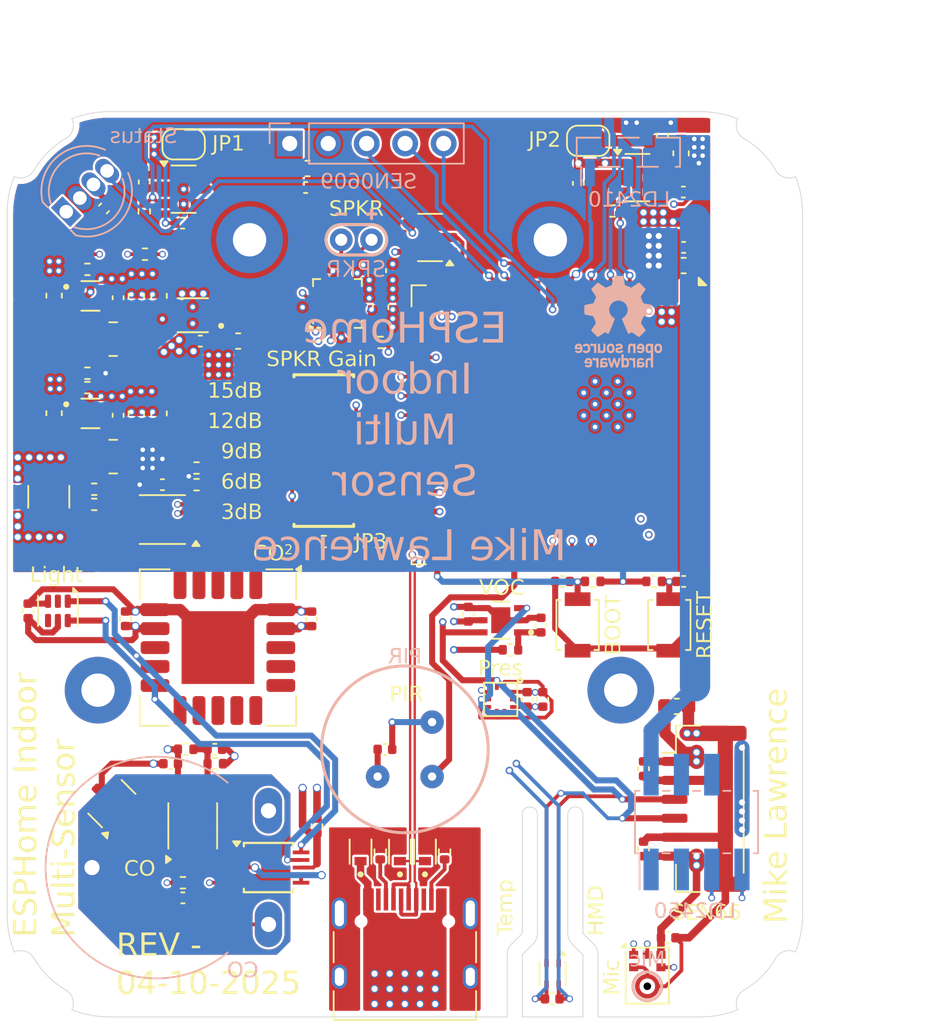
<source format=kicad_pcb>
(kicad_pcb (version 20241229) (generator "pcbnew") (generator_version "9.0")
  (title_block (rev "-"))
  (layers (0 "F.Cu" signal) (4 "In1.Cu" signal) (6 "In2.Cu" signal) (2 "B.Cu" signal) (13 "F.Paste" user) (5 "F.SilkS" user "F.Silkscreen") (7 "B.SilkS" user "B.Silkscreen") (1 "F.Mask" user) (3 "B.Mask" user) (25 "Edge.Cuts" user))
  (net 0 "")
  (net 1 "GND")
  (net 2 "+5V")
  (net 3 "Net-(U1-CT)")
  (net 4 "Net-(U2-CT)")
  (net 5 "Net-(U11-VDD)")
  (net 6 "Net-(U14B-+)")
  (net 7 "BOOT")
  (net 8 "/Power Supplies/SW_3V3")
  (net 9 "+3.6V")
  (net 10 "/Power Supplies/SW_3V6")
  (net 11 "Net-(U15-AIN1)")
  (net 12 "CHIP_PU")
  (net 13 "/Presence Sensors/SENS0609_VCC")
  (net 14 "Net-(J2-CC2)")
  (net 15 "Net-(J2-CC1)")
  (net 16 "Net-(U4-FB)")
  (net 23 "/ESP32-S3/SPK-")
  (net 24 "Net-(U5-~{SD_MODE})")
  (net 25 "Net-(U7-FB)")
  (net 26 "Net-(U9-Vin-)")
  (net 27 "/ESP32-S3/SPK+")
  (net 28 "Net-(U9-Vin+)")
  (net 29 "Net-(Q1-S)")
  (net 36 "/D+")
  (net 37 "/D-")
  (net 38 "/SCL")
  (net 39 "/Environmental Sensors 2/CO_V_{REF}")
  (net 40 "/SEN0609_RX")
  (net 41 "/SEN0609_OUT")
  (net 42 "/SEN0609_TX")
  (net 43 "/SEN0609_EN")
  (net 44 "/PIR_OUT")
  (net 45 "+3.3V")
  (net 46 "+3.3VA")
  (net 47 "/VBUS")
  (net 49 "Net-(D4-DIN)")
  (net 62 "I2S2_WS")
  (net 63 "I2S2_BCLK")
  (net 64 "I2S2_DIN")
  (net 65 "/Presence Sensors/LD24X0_VCC")
  (net 66 "/LD24X0_TX")
  (net 67 "/LD24X0_OUT")
  (net 68 "/LD24X0_RX")
  (net 69 "/LD24X0_EN")
  (net 71 "I2S1_EN")
  (net 73 "I2S1_BCLK")
  (net 79 "I2S1_DOUT")
  (net 80 "LED")
  (net 84 "Net-(JP3-Pin_4)")
  (net 87 "Net-(JP3-Pin_10)")
  (net 90 "I2S1_WS")
  (net 91 "/SDA")
  (footprint "Package_SO:TSSOP-10_3x3mm_P0.5mm" (layer "F.Cu") (at 112.75 82.65)
    (property "Reference" "U15" (hide yes))
    (property "Value" "ADS1115" (hide yes))
  )
  (footprint "OptoDevice:AMS_TSL25911FN" (layer "F.Cu") (at 98.85 65.724 -90)
    (property "Reference" "U10" (hide yes))
    (property "Value" "TSL2591" (hide yes))
  )
  (footprint "Capacitor_SMD:C_0402_1005Metric" (layer "F.Cu") (at 101.890411 39.181589 -135)
    (property "Reference" "C8" (hide yes))
    (property "Value" "1uF" (hide yes))
  )
  (footprint "ESDA25P35-1U1M:TVS_ESDA25P35-1U1M" (layer "F.Cu") (at 121.425 81.6 90)
    (property "Reference" "D2" (hide yes))
    (property "Value" "ESDA8P80-1U1M" (hide yes))
  )
  (footprint "Resistor_SMD:R_0402_1005Metric" (layer "F.Cu") (at 135.4525 39.35 180)
    (property "Reference" "R2" (hide yes))
    (property "Value" "100KΩ" (hide yes))
  )
  (footprint "Sensor:Sensirion_SCD4x-1EP_10.1x10.1mm_P1.25mm_EP4.8x4.8mm" (layer "F.Cu") (at 109.4125 68.1425 -90)
    (property "Reference" "U12" (hide yes))
    (property "Value" "SCD41" (hide yes))
  )
  (footprint "Package_SO:VSSOP-10_3x3mm_P0.5mm" (layer "F.Cu") (at 105.75 59.7 180)
    (property "Reference" "U9" (hide yes))
    (property "Value" "INA228" (hide yes))
  )
  (footprint "ESDA25P35-1U1M:TVS_ESDA25P35-1U1M" (layer "F.Cu") (at 118.825 81.6 90)
    (property "Reference" "D1" (hide yes))
    (property "Value" "ESDA8P80-1U1M" (hide yes))
  )
  (footprint "Capacitor_SMD:C_0402_1005Metric" (layer "F.Cu") (at 96.8875 65.724 -90)
    (property "Reference" "C27" (hide yes))
    (property "Value" "100nF" (hide yes))
  )
  (footprint "Inductor_SMD:L_1008_2520Metric" (layer "F.Cu") (at 102.5 47.8)
    (property "Reference" "L1" (hide yes))
    (property "Value" "1uH" (hide yes))
  )
  (footprint "Resistor_SMD:R_0402_1005Metric" (layer "F.Cu") (at 108 56.3)
    (property "Reference" "R8" (hide yes))
    (property "Value" "DNP" (hide yes))
  )
  (footprint "Capacitor_SMD:C_0402_1005Metric" (layer "F.Cu") (at 106.295 75.8 180)
    (property "Reference" "C37" (hide yes))
    (property "Value" "100nF" (hide yes))
  )
  (footprint "Capacitor_SMD:C_0402_1005Metric" (layer "F.Cu") (at 125.93 65.94 90)
    (property "Reference" "C30" (hide yes))
    (property "Value" "1uF" (hide yes))
  )
  (footprint "MountingHole:MountingHole_2.2mm_M2_Pad" (layer "F.Cu") (at 101.5 70.95)
    (property "Reference" "MH4" (hide yes))
    (property "Value" "~")
  )
  (footprint "MountingHole:MountingHole_2.2mm_M2_Pad" (layer "F.Cu") (at 131.35 41.25)
    (property "Reference" "MH2" (hide yes))
    (property "Value" "~" (hide yes))
  )
  (footprint "TLV75533PDRVR:VREG_TLV75533PDRVR" (layer "F.Cu") (at 107.75 46.225 180)
    (property "Reference" "U6" (hide yes))
    (property "Value" "TLV75533PDRV" (hide yes))
  )
  (footprint "Sensor_Audio:InvenSense_ICS-43434-6_3.5x2.65mm" (layer "F.Cu") (at 137.75 89.77)
    (property "Reference" "MK1" (hide yes))
    (property "Value" "ICS-43434" (hide yes))
  )
  (footprint "Capacitor_SMD:C_0402_1005Metric" (layer "F.Cu") (at 137.5 76.13 -90)
    (property "Reference" "C38" (hide yes))
    (property "Value" "1uF" (hide yes))
  )
  (footprint "Capacitor_SMD:C_0402_1005Metric" (layer "F.Cu") (at 115.6 66.25 -90)
    (property "Reference" "C29" (hide yes))
    (property "Value" "1uF" (hide yes))
  )
  (footprint "Capacitor_SMD:C_0603_1608Metric" (layer "F.Cu") (at 98.6 52.683588 90)
    (property "Reference" "C20" (hide yes))
    (property "Value" "22uF" (hide yes))
  )
  (footprint "Jumper:SolderJumper-2_P1.3mm_Open_RoundedPad1.0x1.5mm" (layer "F.Cu") (at 107.15 34.95)
    (property "Reference" "JP1")
    (property "Value" "~")
  )
  (footprint "Capacitor_SMD:C_0402_1005Metric" (layer "F.Cu") (at 102.825 52.825 -90)
    (property "Reference" "C21" (hide yes))
    (property "Value" "100nF" (hide yes))
  )
  (footprint "Capacitor_SMD:C_0402_1005Metric" (layer "F.Cu") (at 137.5 81.42 90)
    (property "Reference" "C40" (hide yes))
    (property "Value" "1uF" (hide yes))
  )
  (footprint "Package_TO_SOT_SMD:SOT-23-6" (layer "F.Cu") (at 137.1 37.15)
    (property "Reference" "U1" (hide yes))
    (property "Value" "TPS22917DBV" (hide yes))
  )
  (footprint "TLV62568DRLT:SOT50P160X60-6N" (layer "F.Cu") (at 101 52.7)
    (property "Reference" "U7" (hide yes))
    (property "Value" "TLV62568DRL" (hide yes))
  )
  (footprint "Resistor_SMD:R_0402_1005Metric" (layer "F.Cu") (at 124.375 81.6 90)
    (property "Reference" "R20" (hide yes))
    (property "Value" "5.1KΩ" (hide yes))
  )
  (footprint "Resistor_SMD:R_0402_1005Metric" (layer "F.Cu") (at 104.6 42.2 180)
    (property "Reference" "R3" (hide yes))
    (property "Value" "499KΩ" (hide yes))
  )
  (footprint "Capacitor_SMD:C_0603_1608Metric" (layer "F.Cu") (at 139.976 35.55 -90)
    (property "Reference" "C2" (hide yes))
    (property "Value" "22uF" (hide yes))
  )
  (footprint "Capacitor_SMD:C_0402_1005Metric" (layer "F.Cu") (at 104.55 37.442501 -90)
    (property "Reference" "C4" (hide yes))
    (property "Value" "1uF" (hide yes))
  )
  (footprint "Capacitor_SMD:C_0603_1608Metric" (layer "F.Cu") (at 140.15 42.95)
    (property "Reference" "C12" (hide yes))
    (property "Value" "22uF" (hide yes))
  )
  (footprint "Capacitor_SMD:C_0603_1608Metric" (layer "F.Cu") (at 98.6 44.933588 90)
    (property "Reference" "C13" (hide yes))
    (property "Value" "22uF" (hide yes))
  )
  (footprint "Sensor_Humidity:Sensirion_DFN-4_1.5x1.5mm_P0.8mm_SHT4x_NoCentralPad" (layer "F.Cu") (at 131.5 89.65 -90)
    (property "Reference" "U16" (hide yes))
    (property "Value" "SHT45" (hide yes))
  )
  (footprint "Capacitor_SMD:C_0603_1608Metric" (layer "F.Cu") (at 105.525 52.7 90)
    (property "Reference" "C23" (hide yes))
    (property "Value" "22uF" (hide yes))
  )
  (footprint "MountingHole:MountingHole_2.2mm_M2_Pad" (layer "F.Cu") (at 111.5 41.25)
    (property "Reference" "MH1" (hide yes))
    (property "Value" "~" (hide yes))
  )
  (footprint "Capacitor_SMD:C_0402_1005Metric" (layer "F.Cu") (at 102.825 45.075 -90)
    (property "Reference" "C14" (hide yes))
    (property "Value" "100nF" (hide yes))
  )
  (footprint "Resistor_SMD:R_0402_1005Metric" (layer "F.Cu") (at 100.7975 50.05 180)
    (property "Reference" "R6" (hide yes))
    (property "Value" "453KΩ" (hide yes))
  )
  (footprint "MountingHole:MountingHole_2.2mm_M2_Pad" (layer "F.Cu") (at 136 70.95)
    (property "Reference" "MH3" (hide yes))
    (property "Value" "~")
  )
  (footprint "Capacitor_SMD:C_0402_1005Metric" (layer "F.Cu") (at 109.205 74.85)
    (property "Reference" "C35" (hide yes))
    (property "Value" "1uF" (hide yes))
  )
  (footprint "Capacitor_SMD:C_0603_1608Metric" (layer "F.Cu") (at 104.025 44.95 90)
    (property "Reference" "C15" (hide yes))
    (property "Value" "22uF" (hide yes))
  )
  (footprint "Capacitor_SMD:C_0402_1005Metric" (layer "F.Cu") (at 120.434 74.854)
    (property "Reference" "C36" (hide yes))
    (property "Value" "100nF" (hide yes))
  )
  (footprint "Resistor_SMD:R_0402_1005Metric" (layer "F.Cu") (at 104.55 39.372498 -90)
    (property "Reference" "R1" (hide yes))
    (property "Value" "100KΩ" (hide yes))
  )
  (footprint "Capacitor_SMD:C_0402_1005Metric" (layer "F.Cu") (at 115.2 37.8)
    (property "Reference" "C6" (hide yes))
    (property "Value" "1uF" (hide yes))
  )
  (footprint "Capacitor_SMD:C_0603_1608Metric" (layer "F.Cu") (at 104.025 52.7 90)
    (property "Reference" "C22" (hide yes))
    (property "Value" "22uF" (hide yes))
  )
  (footprint "Capacitor_SMD:C_0402_1005Metric" (layer "F.Cu") (at 108.25 47.93)
    (property "Reference" "C18" (hide yes))
    (property "Value" "100nF" (hide yes))
  )
  (footprint "TLV62568DRLT:SOT50P160X60-6N" (layer "F.Cu") (at 101 44.95)
    (property "Reference" "U4" (hide yes))
    (property "Value" "TLV62568DRL" (hide yes))
  )
  (footprint "Package_TO_SOT_SMD:SOT-23-5" (layer "F.Cu") (at 123.4125 41.1 180)
    (property "Reference" "U3" (hide yes))
    (property "Value" "SN74LV1T34DBV" (hide yes))
  )
  (footprint "Capacitor_SMD:C_0402_1005Metric" (layer "F.Cu") (at 115.95 79.9 90)
    (property "Reference" "C39" (hide yes))
    (property "Value" "100nF" (hide yes))
  )
  (footprint "Resistor_SMD:R_0402_1005Metric" (layer "F.Cu") (at 134.15 63.78 180)
    (property "Reference" "R14" (hide yes))
    (property "Value" "10KΩ" (hide yes))
  )
  (footprint "Resistor_SMD:R_0402_1005Metric" (layer "F.Cu") (at 101.25 57.7)
    (property "Reference" "R10" (hide yes))
    (property "Value" "10Ω" (hide yes))
  )
  (footprint "Resistor_SMD:R_0402_1005Metric" (layer "F.Cu") (at 108 57.4)
    (property "Reference" "R9" (hide yes))
    (property "Value" "DNP" (hide yes))
  )
  (footprint "SGP40-D-R4:XCDR_SGP40-D-R4" (layer "F.Cu") (at 128.08 66.34 180)
    (property "Reference" "U11")
    (property "Value" "SGP41" (hide yes))
  )
  (footprint "Capacitor_SMD:C_0402_1005Metric" (layer "F.Cu") (at 120.15 43.2875 90)
    (property "Reference" "C11" (hide yes))
    (property "Value" "100nF" (hide yes))
  )
  (footprint "Resistor_SMD:R_1210_3225Metric" (layer "F.Cu") (at 98.25 58.2 90)
    (property "Reference" "R11" (hide yes))
    (property "Value" "150mΩ" (hide yes))
  )
  (footprint "Inductor_SMD:L_1008_2520Metric" (layer "F.Cu") (at 102.5 55.55)
    (property "Reference" "L2" (hide yes))
    (property "Value" "1uH" (hide yes))
  )
  (footprint "Capacitor_SMD:C_0402_1005Metric" (layer "F.Cu") (at 139.13 87.28 180)
    (property "Reference" "C42" (hide yes))
    (property "Value" "100nF" (hide yes))
  )
  (footprint "Capacitor_SMD:C_0603_1608Metric" (layer "F.Cu") (at 110.75 47.93)
    (property "Reference" "C19" (hide yes))
    (property "Value" "22uF" (hide yes))
  )
  (footprint "Resistor_SMD:R_0402_1005Metric" (layer "F.Cu") (at 100.7975 51)
    (property "Reference" "R7" (hide yes))
    (property "Value" "100KΩ" (hide yes))
  )
  (footprint "ESDA25P35-1U1M:TVS_ESDA25P35-1U1M" (layer "F.Cu") (at 123.075 81.6 90)
    (property "Reference" "D3" (hide yes))
    (property "Value" "ESDA8P80-1U1M" (hide yes))
  )
  (footprint "Package_SO:MSOP-8_3x3mm_P0.65mm" (layer "F.Cu") (at 107.75 79.9 90)
    (property "Reference" "U14" (hide yes))
    (property "Value" "MCP6042" (hide yes))
  )
  (footprint "Connector_USB:USB_C_Receptacle_HRO_TYPE-C-31-M-12" (layer "F.Cu") (at 121.75 88.8)
    (property "Reference" "J2" (hide yes))
    (property "Value" "USB-C" (hide yes))
  )
  (footprint "Capacitor_SMD:C_0402_1005Metric" (layer "F.Cu") (at 140.13 38.1)
    (property "Reference" "C7" (hide yes))
    (property "Value" "1nF" (hide yes))
  )
  (footprint "Resistor_SMD:R_0402_1005Metric" (layer "F.Cu") (at 107.285 74.85)
    (property "Reference" "R17" (hide yes))
    (property "Value" "64.9KΩ" (hide yes))
  )
  (footprint "Capacitor_SMD:C_0402_1005Metric" (layer "F.Cu") (at 103.3125 66.2425 -90)
    (property "Reference" "C28" (hide yes))
    (property "Value" "100nF" (hide yes))
  )
  (footprint "Capacitor_SMD:C_0603_1608Metric" (layer "F.Cu") (at 115.325 36.55)
    (property "Reference" "C3" (hide yes))
    (property "Value" "22uF" (hide yes))
  )
  (footprint "Resistor_SMD:R_0402_1005Metric" (layer "F.Cu") (at 101.25 58.7)
    (property "Reference" "R12" (hide yes))
    (property "Value" "10Ω" (hide yes))
  )
  (footprint "Capacitor_SMD:C_0402_1005Metric" (layer "F.Cu") (at 130.73 66.66 90)
    (property "Reference" "C31" (hide yes))
    (property "Value" "1uF" (hide yes))
  )
  (footprint "Resistor_SMD:R_0402_1005Metric" (layer "F.Cu") (at 120.125 81.6 90)
    (property "Reference" "R19" (hide yes))
    (property "Value" "5.1KΩ" (hide yes))
  )
  (footprint "Package_TO_SOT_SMD:SOT-23-6" (layer "F.Cu") (at 107.15 37.9125)
    (property "Reference" "U2" (hide yes))
    (property "Value" "TPS22917DBV" (hide yes))
  )
  (footprint "Capacitor_SMD:C_0402_1005Metric" (layer "F.Cu") (at 107.1 84.65 180)
    (property "Reference" "C41" (hide yes))
    (property "Value" "1uF" (hide yes))
  )
  (footprint "Resistor_SMD:R_0402_1005Metric" (layer "F.Cu") (at 120.15 48.02 180)
    (property "Reference" "R5" (hide yes))
    (property "Value" "634KΩ" (hide yes))
  )
  (footprint "Capacitor_SMD:C_0402_1005Metric" (layer "F.Cu") (at 129.82 71.56 -90)
    (property "Reference" "C32" (hide yes))
    (property "Value" "100nF" (hide yes))
  )
  (footprint "Resistor_SMD:R_0402_1005Metric" (layer "F.Cu") (at 116.4 61.15 180)
    (property "Reference" "R13" (hide yes))
    (property "Value" "100KΩ" (hide yes))
  )
  (footprint "Button_Switch_SMD:SW_SPST_B3U-1000P-B" (layer "F.Cu") (at 139.2 66.65 90)
    (property "Reference" "SW2" (hide yes))
    (property "Value" "RESET")
  )
  (footprint "Capacitor_SMD:C_0603_1608Metric" (layer "F.Cu") (at 139.69 72.02)
    (property "Reference" "C34" (hide yes))
    (property "Value" "22uF" (hide yes))
  )
  (footprint "Resistor_SMD:R_0402_1005Metric" (layer "F.Cu") (at 107.1 83.65 180)
    (property "Reference" "R21" (hide yes))
    (property "Value" "133KΩ" (hide yes))
  )
  (footprint "TMM-105-01-X-D-SM:SAMTEC_TMM-105-01-X-D-SM" (layer "F.Cu") (at 116.4 55.15 -90)
    (property "Reference" "JP3")
    (property "Value" "Gain")
  )
  (footprint "Package_TO_SOT_SMD:SOT-23" (layer "F.Cu") (at 102.411872 78.438128 135)
    (property "Reference" "Q1" (hide yes))
    (property "Value" "MMBFJ201" (hide yes))
  )
  (footprint "Resistor_SMD:R_0402_1005Metric" (layer "F.Cu") (at 109.235 75.8)
    (property "Reference" "R18" (hide yes))
    (property "Value" "100KΩ" (hide yes))
  )
  (footprint "Button_Switch_SMD:SW_SPST_B3U-1000P-B" (layer "F.Cu") (at 133.15 66.65 90)
    (property "Reference" "SW1" (hide yes))
    (property "Value" "BOOT")
  )
  (footprint "Capacitor_SMD:C_0603_1608Metric" (layer "F.Cu") (at 105.525 44.95 90)
    (property "Reference" "C16" (hide yes))
    (property "Value" "22uF" (hide yes))
  )
  (footprint "RF_Module:ESP32-S3-WROOM-2" (layer "F.Cu") (at 135.14 53.45 -90)
    (property "Reference" "U8" (hide yes))
    (property "Value" "ESP32-S3-WROOM-2-N32R16V" (hide yes))
  )
  (footprint "Capacitor_SMD:C_0402_1005Metric" (layer "F.Cu") (at 130.85 71.56 -90)
    (property "Reference" "C33" (hide yes))
    (property "Value" "100nF" (hide yes))
  )
  (footprint "Capacitor_SMD:C_0402_1005Metric" (layer "F.Cu") (at 107.08 40.15 180)
    (property "Reference" "C9" (hide yes))
    (property "Value" "1nF" (hide yes))
  )
  (footprint "Jumper:SolderJumper-2_P1.3mm_Open_RoundedPad1.0x1.5mm" (layer "F.Cu") (at 133.85 34.7225)
    (property "Reference" "JP2")
    (property "Value" "~")
  )
  (footprint "Capacitor_SMD:C_0402_1005Metric" (layer "F.Cu") (at 105.75 57.4 180)
    (property "Reference" "C24" (hide yes))
    (property "Value" "100nF" (hide yes))
  )
  (footprint "Connector_JST:JST_GH_BM06B-GHS-TBT_1x06-1MP_P1.25mm_Vertical" (layer "F.Cu") (at 141.5 78.775 -90)
    (property "Reference" "J1" (hide yes))
    (property "Value" "SEN66" (hide yes))
  )
  (footprint "Package_DFN_QFN:TQFN-16-1EP_3x3mm_P0.5mm_EP1.23x1.23mm" (layer "F.Cu") (at 117.3 45.45 90)
    (property "Reference" "U5" (hide yes))
    (property "Value" "MAX98357A" (hide yes))
  )
  (footprint "Capacitor_SMD:C_0402_1005Metric" (layer "F.Cu") (at 131.48 91.31 180)
    (property "Reference" "C43" (hide yes))
    (property "Value" "100nF" (hide yes))
  )
  (footprint "Resistor_SMD:R_0402_1005Metric" (layer "F.Cu") (at 138.2 63.78)
    (property "Reference" "R15" (hide yes))
    (property "Value" "10KΩ" (hide yes))
  )
  (footprint "Capacitor_SMD:C_0402_1005Metric" (layer "F.Cu") (at 138.75 34.35 90)
    (property "Reference" "C1" (hide yes))
    (property "Value" "1uF" (hide yes))
  )
  (footprint "Capacitor_SMD:C_0603_1608Metric" (layer "F.Cu") (at 120.15 45.7 -90)
    (property "Reference" "C17" (hide yes))
    (property "Value" "22uF" (hide yes))
  )
  (footprint "Resistor_SMD:R_0402_1005Metric" (layer "F.Cu") (at 128.720001 68.29)
    (property "Reference" "R16" (hide yes))
    (property "Value" "4.7Ω" (hide yes))
  )
  (footprint "Capacitor_SMD:C_0402_1005Metric" (layer "F.Cu") (at 132.15 63.78)
    (property "Reference" "C25" (hide yes))
    (property "Value" "100nF" (hide yes))
  )
  (footprint "BMP581:BMP581" (layer "F.Cu") (at 128.07 71.56)
    (property "Reference" "U13" (hide yes))
    (property "Value" "BMP581" (hide yes))
  )
  (footprint "Capacitor_SMD:C_0402_1005Metric" (layer "F.Cu") (at 140.15 63.78)
    (property "Reference" "C26" (hide yes))
    (property "Value" "1uF" (hide yes))
  )
  (footprint "Capacitor_SMD:C_0402_1005Metric" (layer "F.Cu") (at 133.2 37.528 -90)
    (property "Reference" "C5" (hide yes))
    (property "Value" "1uF" (hide yes))
  )
  (footprint "Resistor_SMD:R_0402_1005Metric" (layer "F.Cu") (at 100.797499 43.2)
    (property "Reference" "R4" (hide yes))
    (property "Value" "100KΩ" (hide yes))
  )
  (footprint "Capacitor_SMD:C_0402_1005Metric" (layer "F.Cu") (at 140.15 41.75 180)
    (property "Reference" "C10" (hide yes))
    (property "Value" "100nF" (hide yes))
  )
  (footprint "EKMC1603111:EKMC163111" (layer "B.Cu") (at 121.75 74.854 180)
    (property "Reference" "U17" (hide yes))
    (property "Value" "EKMC1603111" (hide yes))
  )
  (footprint "Sensor:TGS-5141" (layer "B.Cu") (at 101.1 82.65 -90)
    (property "Reference" "U18" (hide yes))
    (property "Value" "TGS5141" (hide yes))
  )
  (footprint "LED_THT:LED_D5.0mm-4_RGB" (layer "B.Cu") (at 100.75 38.05 45)
    (property "Reference" "D4" (hide yes))
    (property "Value" "NeoPixel_THT" (hide yes))
  )
  (footprint "Connector_PinSocket_2.00mm:PinSocket_2x04_P2.00mm_Vertical_SMD" (layer "B.Cu") (at 141 79.65 -90)
    (property "Reference" "J6" (hide yes))
    (property "Value" "LD2450" (hide yes))
  )
  (footprint "Connector_PinHeader_2.00mm:PinHeader_1x02_P2.00mm_Vertical" (layer "B.Cu") (at 119.55 41.25 90)
    (property "Reference" "J5" (hide yes))
    (property "Value" "SPKR")
  )
  (footprint "Connector_PinHeader_2.54mm:PinHeader_1x05_P2.54mm_Vertical" (layer "B.Cu") (at 114.15 34.9 -90)
    (property "Reference" "J3" (hide yes))
    (property "Value" "SEN0609" (hide yes))
  )
  (footprint "Symbol:OSHW-Logo_5.7x6mm_SilkScreen" (layer "B.Cu") (at 135.85 46.65 180)
    (property "Reference" "TEXT1" (hide yes))
    (property "Value" "OSHW-Logo_5.7x6mm_SilkScreen" (hide yes))
  )
  (footprint "Connector_PinSocket_1.27mm:PinSocket_1x05_P1.27mm_Vertical_SMD_Pin1Right" (layer "B.Cu") (at 136.5 35.475 -90)
    (property "Reference" "J4" (hide yes))
    (property "Value" "LD2410" (hide yes))
  )
  (gr_line (start 137.75 89.48) (end 137.75 89.83) (stroke (width 0.25)) (layer "F.Cu") (net 1))
  (gr_line (start 117.55 39.55) (end 117.85 39.55) (stroke (width 0.2)) (layer "B.SilkS"))
  (gr_line (start 119.55 39.85) (end 119.55 39.25) (stroke (width 0.2)) (layer "B.SilkS"))
  (gr_line (start 117.25 39.55) (end 117.55 39.55) (stroke (width 0.2)) (layer "B.SilkS"))
  (gr_line (start 119.25 39.55) (end 119.85 39.55) (stroke (width 0.2)) (layer "B.SilkS"))
  (gr_line (start 132.5 86.985787) (end 132.5 79.15) (stroke (width 0.05)) (layer "Edge.Cuts"))
  (gr_arc (start 130.5 86.985787) (mid 130.423884 87.368473) (end 130.207107 87.692894) (stroke (width 0.05)) (layer "Edge.Cuts"))
  (gr_line (start 128.5 88.4) (end 128.5 92.5) (stroke (width 0.05)) (layer "Edge.Cuts"))
  (gr_arc (start 144.124999 34.570354) (mid 145.315864 35.484136) (end 146.229646 36.675) (stroke (width 0.05)) (layer "Edge.Cuts"))
  (gr_arc (start 143.723448 92.030202) (mid 142.508809 92.381311) (end 141.25 92.5) (stroke (width 0.05)) (layer "Edge.Cuts"))
  (gr_arc (start 146.229646 88.625) (mid 145.315864 89.815864) (end 144.125 90.729646) (stroke (width 0.05)) (layer "Edge.Cuts"))
  (gr_arc (start 95.5 39.55) (mid 95.618487 38.290822) (end 95.969787 37.07585) (stroke (width 0.05)) (layer "Edge.Cuts"))
  (gr_arc (start 95.9717 88.2234) (mid 96.699749 88.169628) (end 97.270355 88.625) (stroke (width 0.05)) (layer "Edge.Cuts"))
  (gr_arc (start 146.229645 88.624999) (mid 146.800247 88.169615) (end 147.5283 88.2234) (stroke (width 0.05)) (layer "Edge.Cuts"))
  (gr_arc (start 143.723448 92.030202) (mid 143.668626 91.300849) (end 144.125 90.729645) (stroke (width 0.05)) (layer "Edge.Cuts"))
  (gr_arc (start 148 85.75) (mid 147.881513 87.00918) (end 147.5283 88.2234) (stroke (width 0.05)) (layer "Edge.Cuts"))
  (gr_arc (start 99.375001 90.729645) (mid 98.184137 89.815863) (end 97.270355 88.625) (stroke (width 0.05)) (layer "Edge.Cuts"))
  (gr_line (start 133.5 86.985787) (end 133.5 79.15) (stroke (width 0.05)) (layer "Edge.Cuts"))
  (gr_arc (start 129.5 79.15) (mid 130 78.65) (end 130.5 79.15) (stroke (width 0.05)) (layer "Edge.Cuts"))
  (gr_line (start 95.5 39.55) (end 95.5 85.75) (stroke (width 0.05)) (layer "Edge.Cuts"))
  (gr_line (start 141.25 32.8) (end 102.25 32.8) (stroke (width 0.05)) (layer "Edge.Cuts"))
  (gr_arc (start 147.5283 37.0766) (mid 146.800251 37.130372) (end 146.229645 36.675001) (stroke (width 0.05)) (layer "Edge.Cuts"))
  (gr_line (start 134.207107 87.692894) (end 133.5 86.985787) (stroke (width 0.05)) (layer "Edge.Cuts"))
  (gr_line (start 134.5 92.5) (end 141.25 92.5) (stroke (width 0.05)) (layer "Edge.Cuts"))
  (gr_arc (start 95.9717 88.2234) (mid 95.620506 87.008796) (end 95.5 85.75) (stroke (width 0.05)) (layer "Edge.Cuts"))
  (gr_line (start 129.5 88.4) (end 129.5 92.5) (stroke (width 0.05)) (layer "Edge.Cuts"))
  (gr_line (start 129.5 88.4) (end 130.207107 87.692894) (stroke (width 0.05)) (layer "Edge.Cuts"))
  (gr_arc (start 99.776552 33.269798) (mid 100.991191 32.918689) (end 102.25 32.8) (stroke (width 0.05)) (layer "Edge.Cuts"))
  (gr_line (start 133.5 88.4) (end 133.5 92.5) (stroke (width 0.05)) (layer "Edge.Cuts"))
  (gr_arc (start 102.25 92.5) (mid 100.990797 92.381509) (end 99.7758 92.0302) (stroke (width 0.05)) (layer "Edge.Cuts"))
  (gr_arc (start 99.776552 33.269798) (mid 99.831374 33.99915) (end 99.375001 34.570354) (stroke (width 0.05)) (layer "Edge.Cuts"))
  (gr_arc (start 128.5 88.4) (mid 128.57612 88.017317) (end 128.792893 87.692893) (stroke (width 0.05)) (layer "Edge.Cuts"))
  (gr_arc (start 97.270355 36.675) (mid 98.184137 35.484136) (end 99.375001 34.570354) (stroke (width 0.05)) (layer "Edge.Cuts"))
  (gr_arc (start 144.124999 34.570355) (mid 143.669615 33.999753) (end 143.7234 33.2717) (stroke (width 0.05)) (layer "Edge.Cuts"))
  (gr_line (start 102.25 92.5) (end 128.5 92.5) (stroke (width 0.05)) (layer "Edge.Cuts"))
  (gr_line (start 128.792893 87.692894) (end 129.5 86.985787) (stroke (width 0.05)) (layer "Edge.Cuts"))
  (gr_arc (start 99.375001 90.729645) (mid 99.830688 91.301231) (end 99.7758 92.0302) (stroke (width 0.05)) (layer "Edge.Cuts"))
  (gr_arc (start 134.207107 87.692893) (mid 134.42388 88.017316) (end 134.5 88.4) (stroke (width 0.05)) (layer "Edge.Cuts"))
  (gr_line (start 130.5 86.985787) (end 130.5 79.15) (stroke (width 0.05)) (layer "Edge.Cuts"))
  (gr_arc (start 141.25 32.8) (mid 142.50918 32.918487) (end 143.7234 33.2717) (stroke (width 0.05)) (layer "Edge.Cuts"))
  (gr_line (start 133.5 92.5) (end 129.5 92.5) (stroke (width 0.05)) (layer "Edge.Cuts"))
  (gr_line (start 148 39.55) (end 148 85.75) (stroke (width 0.05)) (layer "Edge.Cuts"))
  (gr_line (start 133.5 88.4) (end 132.792893 87.692894) (stroke (width 0.05)) (layer "Edge.Cuts"))
  (gr_arc (start 132.5 79.15) (mid 133 78.65) (end 133.5 79.15) (stroke (width 0.05)) (layer "Edge.Cuts"))
  (gr_arc (start 132.792893 87.692894) (mid 132.576124 87.36847) (end 132.5 86.985787) (stroke (width 0.05)) (layer "Edge.Cuts"))
  (gr_line (start 134.5 88.4) (end 134.5 92.5) (stroke (width 0.05)) (layer "Edge.Cuts"))
  (gr_arc (start 147.5283 37.0766) (mid 147.879494 38.291204) (end 148 39.55) (stroke (width 0.05)) (layer "Edge.Cuts"))
  (gr_arc (start 97.270356 36.675) (mid 96.698775 37.130687) (end 95.969787 37.07585) (stroke (width 0.05)) (layer "Edge.Cuts"))
  (gr_line (start 129.5 86.985787) (end 129.5 79.15) (stroke (width 0.05)) (layer "Edge.Cuts"))
  (gr_text "Pres" (at 128.05 69.55 0) (layer "F.SilkS") (effects (font (size 1 1))))
  (gr_text "9dB" (at 112.35 55.25 0) (layer "F.SilkS") (effects (font (size 1 1)) (justify right)))
  (gr_text "Mic" (at 135.45 89.9 90) (layer "F.SilkS") (effects (font (size 1 1))))
  (gr_text "Temp" (at 129 87.15 90) (layer "F.SilkS") (effects (font (size 1 1)) (justify left bottom)))
  (gr_text "REV -\n04-10-2025" (at 102.7 89.1 0) (layer "F.SilkS") (effects (font (size 1.5 1.5) (thickness 0.3)) (justify left)))
  (gr_text "3dB" (at 112.35 59.25 0) (layer "F.SilkS") (effects (font (size 1 1)) (justify right)))
  (gr_text "CO^{2}" (at 113.04 62.56 0) (layer "F.SilkS") (effects (font (size 1 1)) (justify bottom)))
  (gr_text "ESPHome Indoor\nMulti-Sensor" (at 100.2 87.25 90) (layer "F.SilkS") (effects (font (size 1.5 1.5) (thickness 0.3)) (justify left bottom)))
  (gr_text "6dB" (at 112.35 57.25 0) (layer "F.SilkS") (effects (font (size 1 1)) (justify right)))
  (gr_text "SPKR" (at 118.55 39.25 0) (layer "F.SilkS") (effects (font (size 1 1) (thickness 0.125))))
  (gr_text "SPKR Gain" (at 116.25 49.75 0) (layer "F.SilkS") (effects (font (size 1 1)) (justify bottom)))
  (gr_text "VOC" (at 128.15 64.25 0) (layer "F.SilkS") (effects (font (size 1 1))))
  (gr_text "HMD" (at 135 87.15 90) (layer "F.SilkS") (effects (font (size 1 1)) (justify left bottom)))
  (gr_text "12dB" (at 112.35 53.25 0) (layer "F.SilkS") (effects (font (size 1 1)) (justify right)))
  (gr_text "SEN66" (at 141.65 86.25 0) (layer "F.SilkS") (effects (font (size 1 1)) (justify bottom)))
  (gr_text "Mike Lawrence" (at 147.2 86.35 90) (layer "F.SilkS") (effects (font (size 1.5 1.5) (thickness 0.3)) (justify left bottom)))
  (gr_text "Light" (at 98.75 63.4 0) (layer "F.SilkS") (effects (font (size 1 1))))
  (gr_text "CO" (at 104.25 83.35 0) (layer "F.SilkS") (effects (font (size 1 1) (thickness 0.125)) (justify bottom)))
  (gr_text "PIR" (at 121.85 71.85 0) (layer "F.SilkS") (effects (font (size 1 1) (thickness 0.125)) (justify bottom)))
  (gr_text "15dB" (at 112.35 51.25 0) (layer "F.SilkS") (effects (font (size 1 1)) (justify right)))
  (gr_text "Mike Lawrence" (at 122.05 61.55 0) (layer "B.SilkS") (effects (font (size 2 2) (thickness 0.3)) (justify mirror)))
  (gr_text "PIR" (at 121.75 69.354 0) (layer "B.SilkS") (effects (font (size 1 1) (thickness 0.125)) (justify bottom mirror)))
  (gr_text "ESPHome\nIndoor\nMulti\nSensor" (at 121.75 58.45 0) (layer "B.SilkS") (effects (font (size 2 2) (thickness 0.3)) (justify bottom mirror)))
  (gr_text "CO" (at 111.05 90.05 0) (layer "B.SilkS") (effects (font (size 1 1) (thickness 0.125)) (justify bottom mirror)))
  (gr_text "SPKR" (at 118.54 43.19 0) (layer "B.SilkS") (effects (font (size 1 1) (thickness 0.125)) (justify mirror)))
  (gr_text "LD2410\n" (at 136.55 38.65 0) (layer "B.SilkS") (effects (font (size 1 1) (thickness 0.125)) (justify mirror)))
  (gr_text "Status" (at 104.5 34.45 0) (layer "B.SilkS") (effects (font (size 1 1) (thickness 0.125)) (justify mirror)))
  (gr_text "SEN0609" (at 119.35 37.45 0) (layer "B.SilkS") (effects (font (size 1 1) (thickness 0.125)) (justify mirror)))
  (gr_text "LD2450\n" (at 143.6 85.55 0) (layer "B.SilkS") (effects (font (size 1 1) (thickness 0.125)) (justify left mirror)))
  (gr_text "Mic" (at 137.75 88.75 0) (layer "B.SilkS") (effects (font (size 1 1)) (justify mirror)))
  (segment (start 131.96 91.31) (end 132.62 91.31) (width 0.25) (layer "F.Cu") (net 1))
  (segment (start 126.01 65.54) (end 125.93 65.46) (width 0.4) (layer "F.Cu") (net 1))
  (segment (start 111.327 81.65) (end 111.426 81.749) (width 0.25) (layer "F.Cu") (net 1))
  (segment (start 125.93 65.46) (end 125.01 65.46) (width 0.4) (layer "F.Cu") (net 1))
  (segment (start 139.2 68.350001) (end 140.63 66.920001) (width 0.4) (layer "F.Cu") (net 1))
  (segment (start 105.815 75.8) (end 105.15 75.8) (width 0.4) (layer "F.Cu") (net 1))
  (segment (start 131.9 91.25) (end 131.96 91.31) (width 0.25) (layer "F.Cu") (net 1))
  (segment (start 140.001 89.437521) (end 138.958521 90.48) (width 0.25) (layer "F.Cu") (net 1))
  (segment (start 110.05 74.85) (end 110.5 75.3) (width 0.4) (layer "F.Cu") (net 1))
  (segment (start 130.35 72.04) (end 129.819999 72.04) (width 0.25) (layer "F.Cu") (net 1))
  (segment (start 126.929999 65.54) (end 127.28 65.54) (width 0.4) (layer "F.Cu") (net 1))
  (segment (start 139.55 76.9) (end 142.9 76.9) (width 0.6) (layer "F.Cu") (net 1))
  (segment (start 140.465 73.705) (end 140.37 73.8) (width 0.75) (layer "F.Cu") (net 1))
  (segment (start 129.26 72.059999) (end 129.800001 72.059999) (width 0.25) (layer "F.Cu") (net 1))
  (segment (start 142.9 73.8) (end 140.37 73.8) (width 1) (layer "F.Cu") (net 1))
  (segment (start 110.6 81.65) (end 111.327 81.65) (width 0.25) (layer "F.Cu") (net 1))
  (segment (start 111.452 82.65) (end 111.85 82.65) (width 0.25) (layer "F.Cu") (net 1))
  (segment (start 136.85 89.228) (end 137.498 89.228) (width 0.25) (layer "F.Cu") (net 1))
  (segment (start 113.5625 65.6425) (end 111.9125 65.6425) (width 0.75) (layer "F.Cu") (net 1))
  (segment (start 105.2625 65.6425) (end 104.0925 65.6425) (width 0.5) (layer "F.Cu") (net 1))
  (segment (start 101.748959 77.775215) (end 101.748959 76.451041) (width 0.4) (layer "F.Cu") (net 1))
  (segment (start 104.0925 65.6425) (end 103.9725 65.7625) (width 0.5) (layer "F.Cu") (net 1))
  (segment (start 109.745 75.8) (end 110 75.8) (width 0.4) (layer "F.Cu") (net 1))
  (segment (start 109.9 82.65) (end 109.2625 82.0125) (width 0.25) (layer "F.Cu") (net 1))
  (segment (start 99.929987 38.128013) (end 100.158013 38.128013) (width 0.4) (layer "F.Cu") (net 1))
  (segment (start 129.94 66.18) (end 130.73 66.18) (width 0.4) (layer "F.Cu") (net 1))
  (segment (start 142.9 83.75) (end 142.9 84.885298) (width 0.5) (layer "F.Cu") (net 1))
  (segment (start 133.15 68.350001) (end 131.67 66.870001) (width 0.4) (layer "F.Cu") (net 1))
  (segment (start 139.55 80.65) (end 137.79 80.65) (width 0.5) (layer "F.Cu") (net 1))
  (segment (start 139.61 87.28) (end 140.001 87.671) (width 0.25) (layer "F.Cu") (net 1))
  (segment (start 114.9 83.15) (end 116.25 83.15) (width 0.25) (layer "F.Cu") (net 1))
  (segment (start 138.958521 90.48) (end 138.4125 90.48) (width 0.25) (layer "F.Cu") (net 1))
  (segment (start 137.79 80.65) (end 137.5 80.94) (width 0.5) (layer "F.Cu") (net 1))
  (segment (start 129.800001 72.059999) (end 129.82 72.04) (width 0.25) (layer "F.Cu") (net 1))
  (segment (start 110.6 82.65) (end 109.9 82.65) (width 0.25) (layer "F.Cu") (net 1))
  (segment (start 131.67 66.870001) (end 131.67 63.78) (width 0.4) (layer "F.Cu") (net 1))
  (segment (start 109.2625 82.0125) (end 108.725 82.0125) (width 0.25) (layer "F.Cu") (net 1))
  (segment (start 125.01 65.46) (end 124.98 65.49) (width 0.4) (layer "F.Cu") (net 1))
  (segment (start 131.9 90.35) (end 131.9 91.25) (width 0.25) (layer "F.Cu") (net 1))
  (segment (start 100.529013 38.499013) (end 101.551 39.521) (width 0.4) (layer "F.Cu") (net 1))
  (segment (start 98.0425 65.244) (end 98.2 65.0865) (width 0.4) (layer "F.Cu") (net 1))
  (segment (start 109.685 74.85) (end 110.05 74.85) (width 0.4) (layer "F.Cu") (net 1))
  (segment (start 139.55 80.65) (end 142.9 80.65) (width 0.6) (layer "F.Cu") (net 1))
  (segment (start 115.6125 65.7625) (end 114.9125 65.7625) (width 0.5) (layer "F.Cu") (net 1))
  (segment (start 129.800001 72.059999) (end 129.819999 72.04) (width 0.25) (layer "F.Cu") (net 1))
  (segment (start 111.9125 65.6425) (end 109.4125 68.1425) (width 0.75) (layer "F.Cu") (net 1))
  (segment (start 111.426 81.749) (end 111.426 82.624) (width 0.25) (layer "F.Cu") (net 1))
  (segment (start 101.748959 76.451041) (end 102.4 75.8) (width 0.4) (layer "F.Cu") (net 1))
  (segment (start 119.954 74.854) (end 119.954 76.65) (width 0.4) (layer "F.Cu") (net 1))
  (segment (start 128.8325 72.059999) (end 129.26 72.059999) (width 0.25) (layer "F.Cu") (net 1))
  (segment (start 139.048999 68.199) (end 139.2 68.350001) (width 0.4) (layer "F.Cu") (net 1))
  (segment (start 129.26 71.56) (end 129.26 72.059999) (width 0.25) (layer "F.Cu") (net 1))
  (segment (start 110 75.8) (end 110.5 75.3) (width 0.4) (layer "F.Cu") (net 1))
  (segment (start 137.79 76.9) (end 137.5 76.61) (width 0.5) (layer "F.Cu") (net 1))
  (segment (start 114.7925 65.6425) (end 114.9125 65.7625) (width 0.5) (layer "F.Cu") (net 1))
  (segment (start 133.301001 68.199) (end 139.048999 68.199) (width 0.4) (layer "F.Cu") (net 1))
  (segment (start 140.63 66.920001) (end 140.63 63.79) (width 0.4) (layer "F.Cu") (net 1))
  (segment (start 97.8335 64.298) (end 102.508 64.298) (width 0.4) (layer "F.Cu") (net 1))
  (segment (start 142.9 73.8) (end 142.9 76.9) (width 1) (layer "F.Cu") (net 1))
  (segment (start 113.5625 65.6425) (end 114.7925 65.6425) (width 0.5) (layer "F.Cu") (net 1))
  (segment (start 142.9 73.8) (end 141 73.8) (width 1) (layer "F.Cu") (net 1))
  (segment (start 140.505298 87.28) (end 139.61 87.28) (width 0.5) (layer "F.Cu") (net 1))
  (segment (start 128.8325 71.56) (end 129.26 71.56) (width 0.25) (layer "F.Cu") (net 1))
  (segment (start 103.3125 65.7625) (end 103.9725 65.7625) (width 0.5) (layer "F.Cu") (net 1))
  (segment (start 140.001 87.671) (end 140.001 89.437521) (width 0.25) (layer "F.Cu") (net 1))
  (segment (start 142.9 80.65) (end 142.9 83.75) (width 1) (layer "F.Cu") (net 1))
  (segment (start 137.498 89.228) (end 137.75 89.48) (width 0.25) (layer "F.Cu") (net 1))
  (segment (start 115.95 79.42) (end 115.95 77.4) (width 0.5) (layer "F.Cu") (net 1))
  (segment (start 133.15 68.350001) (end 133.301001 68.199) (width 0.4) (layer "F.Cu") (net 1))
  (segment (start 129.78 66.34) (end 129.94 66.18) (width 0.4) (layer "F.Cu") (net 1))
  (segment (start 140.465 72.02) (end 140.465 73.705) (width 0.75) (layer "F.Cu") (net 1))
  (segment (start 142.9 76.9) (end 142.9 80.65) (width 1) (layer "F.Cu") (net 1))
  (segment (start 96.8875 65.244) (end 97.8335 64.298) (width 0.4) (layer "F.Cu") (net 1))
  (segment (start 105.2625 65.6425) (end 106.9125 65.6425) (width 0.75) (layer "F.Cu") (net 1))
  (segment (start 142.9 84.885298) (end 140.505298 87.28) (width 0.5) (layer "F.Cu") (net 1))
  (segment (start 129.23 66.339999) (end 129.78 66.34) (width 0.4) (layer "F.Cu") (net 1))
  (segment (start 126.900005 71.060001) (end 126.8 70.959996) (width 0.25) (layer "F.Cu") (net 1))
  (segment (start 126.929999 65.54) (end 126.01 65.54) (width 0.4) (layer "F.Cu") (net 1))
  (segment (start 139.55 76.9) (end 137.79 76.9) (width 0.5) (layer "F.Cu") (net 1))
  (segment (start 106.9125 65.6425) (end 109.4125 68.1425) (width 0.75) (layer "F.Cu") (net 1))
  (segment (start 130.82 72.04) (end 130.35 72.04) (width 0.25) (layer "F.Cu") (net 1))
  (segment (start 96.8875 65.244) (end 98.0425 65.244) (width 0.4) (layer "F.Cu") (net 1))
  (segment (start 140.4 63.56) (end 140.63 63.79) (width 0.4) (layer "F.Cu") (net 1))
  (segment (start 127.3075 71.060001) (end 126.900005 71.060001) (width 0.25) (layer "F.Cu") (net 1))
  (segment (start 111.4 82.65) (end 110.6 82.65) (width 0.25) (layer "F.Cu") (net 1))
  (segment (start 102.4 75.8) (end 105.15 75.8) (width 0.4) (layer "F.Cu") (net 1))
  (segment (start 102.508 64.298) (end 103.9725 65.7625) (width 0.4) (layer "F.Cu") (net 1))
  (segment (start 111.426 82.624) (end 111.452 82.65) (width 0.25) (layer "F.Cu") (net 1))
  (segment (start 140.4 62.21) (end 140.4 63.56) (width 0.4) (layer "F.Cu") (net 1))
  (segment (start 127.28 65.54) (end 128.08 66.34) (width 0.4) (layer "F.Cu") (net 1))
  (segment (start 129.23 66.339999) (end 128.08 66.34) (width 0.4) (layer "F.Cu") (net 1))
  (segment (start 111.426 82.624) (end 111.4 82.65) (width 0.25) (layer "F.Cu") (net 1))
  (segment (start 114.9 83.15) (end 114.9 83.65) (width 0.25) (layer "F.Cu") (net 1))
  (via (at 139.35 46.65) (size 0.55) (drill 0.4) (layers "F.Cu" "B.Cu") (net 1))
  (via (at 138.15 39.45) (size 0.55) (drill 0.4) (layers "F.Cu" "B.Cu") (net 1))
  (via (at 101 51.575) (size 0.5) (drill 0.3) (layers "F.Cu" "B.Cu") (net 1))
  (via (at 126.8 70.959996) (size 0.45) (drill 0.3) (layers "F.Cu" "B.Cu") (net 1))
  (via (at 117.55 47.7) (size 0.5) (drill 0.3) (layers "F.Cu" "B.Cu") (net 1))
  (via (at 110.5 75.3) (size 0.55) (drill 0.4) (layers "F.Cu" "B.Cu") (net 1))
  (via (at 104.4 52.6) (size 0.5) (drill 0.3) (layers "F.Cu" "B.Cu") (net 1))
  (via (at 120.95 45.85) (size 0.5) (drill 0.3) (layers "F.Cu" "B.Cu") (net 1))
  (via (at 98.95 50.45) (size 0.5) (drill 0.3) (layers "F.Cu" "B.Cu") (net 1))
  (via (at 136.35 33.525) (size 0.5) (drill 0.3) (layers "F.Cu" "B.Cu") (net 1))
  (via (at 139.45 40.05) (size 0.55) (drill 0.4) (layers "F.Cu" "B.Cu") (net 1))
  (via (at 98.35 51.075) (size 0.5) (drill 0.3) (layers "F.Cu" "B.Cu") (net 1))
  (via (at 117 43.3) (size 0.5) (drill 0.3) (layers "F.Cu" "B.Cu") (net 1))
  (via (at 115 45.7) (size 0.5) (drill 0.3) (layers "F.Cu" "B.Cu") (net 1))
  (via (at 107.15 38.9) (size 0.5) (drill 0.3) (layers "F.Cu" "B.Cu") (net 1))
  (via (at 108.45 44.8) (size 0.55) (drill 0.4) (layers "F.Cu" "B.Cu") (net 1))
  (via (at 105.05 51.25) (size 0.5) (drill 0.3) (layers "F.Cu" "B.Cu") (net 1))
  (via (at 101.7 51.575) (size 0.5) (drill 0.3) (layers "F.Cu" "B.Cu") (net 1))
  (via (at 139.3 33.525) (size 0.5) (drill 0.3) (layers "F.Cu" "B.Cu") (net 1))
  (via (at 103.7 52.6) (size 0.5) (drill 0.3) (layers "F.Cu" "B.Cu") (net 1))
  (via (at 137.05 33.525) (size 0.5) (drill 0.3) (layers "F.Cu" "B.Cu") (net 1))
  (via (at 130.35 72.04) (size 0.45) (drill 0.3) (layers "F.Cu" "B.Cu") (net 1))
  (via (at 103.1 51.575) (size 0.5) (drill 0.3) (layers "F.Cu" "B.Cu") (net 1))
  (via (at 138.7 46.65) (size 0.55) (drill 0.4) (layers "F.Cu" "B.Cu") (net 1))
  (via (at 104.4 44.85) (size 0.5) (drill 0.3) (layers "F.Cu" "B.Cu") (net 1))
  (via (at 103.1 43.825) (size 0.5) (drill 0.3) (layers "F.Cu" "B.Cu") (net 1))
  (via (at 103.9725 65.7625) (size 0.55) (drill 0.4) (layers "F.Cu" "B.Cu") (net 1))
  (via (at 105.1 43.5) (size 0.5) (drill 0.3) (layers "F.Cu" "B.Cu") (net 1))
  (via (at 103.7 44.85) (size 0.5) (drill 0.3) (layers "F.Cu" "B.Cu") (net 1))
  (via (at 120.95 42.85) (size 0.5) (drill 0.3) (layers "F.Cu" "B.Cu") (net 1))
  (via (at 107.8 48.6) (size 0.55) (drill 0.4) (layers "F.Cu" "B.Cu") (net 1))
  (via (at 101 44.7) (size 0.5) (drill 0.3) (layers "F.Cu" "B.Cu") (net 1))
  (via (at 98.3 43.3) (size 0.5) (drill 0.3) (layers "F.Cu" "B.Cu") (net 1))
  (via (at 101.7 43.825) (size 0.5) (drill 0.3) (layers "F.Cu" "B.Cu") (net 1))
  (via (at 106.85 47.85) (size 0.55) (drill 0.4) (layers "F.Cu" "B.Cu") (net 1))
  (via (at 98.9 43.3) (size 0.5) (drill 0.3) (layers "F.Cu" "B.Cu") (net 1))
  (via (at 114.9125 65.7625) (size 0.55) (drill 0.4) (layers "F.Cu" "B.Cu") (net 1))
  (via (at 137.5 40.05) (size 0.55) (drill 0.4) (layers "F.Cu" "B.Cu") (net 1))
  (via (at 116.25 83.15) (size 0.55) (drill 0.4) (layers "F.Cu" "B.Cu") (net 1))
  (via (at 138.8 40.05) (size 0.55) (drill 0.4) (layers "F.Cu" "B.Cu") (net 1))
  (via (at 124.98 65.46) (size 0.5) (drill 0.3) (layers "F.Cu" "B.Cu") (net 1))
  (via (at 105.1 44.85) (size 0.5) (drill 0.3) (layers "F.Cu" "B.Cu") (net 1))
  (via (at 115.95 77.4) (size 0.55) (drill 0.4) (layers "F.Cu" "B.Cu") (net 1))
  (via (at 120.95 47) (size 0.5) (drill 0.3) (layers "F.Cu" "B.Cu") (net 1))
  (via (at 132.62 91.31) (size 0.45) (drill 0.3) (layers "F.Cu" "B.Cu") (net 1))
  (via (at 120.95 46.45) (size 0.5) (drill 0.3) (layers "F.Cu" "B.Cu") (net 1))
  (via (at 105.1 52.6) (size 0.5) (drill 0.3) (layers "F.Cu" "B.Cu") (net 1))
  (via (at 106.35 48.25) (size 0.55) (drill 0.4) (layers "F.Cu" "B.Cu") (net 1))
  (via (at 105.85 48.65) (size 0.55) (drill 0.4) (layers "F.Cu" "B.Cu") (net 1))
  (via (at 103.7 43.5) (size 0.5) (drill 0.3) (layers "F.Cu" "B.Cu") (net 1))
  (via (at 111.85 82.65) (size 0.55) (drill 0.4) (layers "F.Cu" "B.Cu") (net 1))
  (via (at 102.4 51.575) (size 0.5) (drill 0.3) (layers "F.Cu" "B.Cu") (net 1))
  (via (at 98.9 42.675) (size 0.5) (drill 0.3) (layers "F.Cu" "B.Cu") (net 1))
  (via (at 106.85 48.6) (size 0.55) (drill 0.4) (layers "F.Cu" "B.Cu") (net 1))
  (via (at 141 73.8) (size 0.55) (drill 0.4) (layers "F.Cu" "B.Cu") (net 1))
  (via (at 107.75 44.8) (size 0.55) (drill 0.4) (layers "F.Cu" "B.Cu") (net 1))
  (via (at 140.37 73.8) (size 0.55) (drill 0.4) (layers "F.Cu" "B.Cu") (net 1))
  (via (at 129.109621 75.790379) (size 0.5) (drill 0.3) (layers "F.Cu" "B.Cu") (net 1))
  (via (at 98.3 42.675) (size 0.5) (drill 0.3) (layers "F.Cu" "B.Cu") (net 1))
  (via (at 138.7 46) (size 0.55) (drill 0.4) (layers "F.Cu" "B.Cu") (net 1))
  (via (at 137.5 39.45) (size 0.55) (drill 0.4) (layers "F.Cu" "B.Cu") (net 1))
  (via (at 138.8 39.45) (size 0.55) (drill 0.4) (layers "F.Cu" "B.Cu") (net 1))
  (via (at 119.55 45.85) (size 0.5) (drill 0.3) (layers "F.Cu" "B.Cu") (net 1))
  (via (at 104.35 51.25) (size 0.5) (drill 0.3) (layers "F.Cu" "B.Cu") (net 1))
  (via (at 103.65 51.25) (size 0.5) (drill 0.3) (layers "F.Cu" "B.Cu") (net 1))
  (via (at 107.05 44.8) (size 0.55) (drill 0.4) (layers "F.Cu" "B.Cu") (net 1))
  (via (at 105.15 75.8) (size 0.55) (drill 0.4) (layers "F.Cu" "B.Cu") (net 1))
  (via (at 138.15 40.05) (size 0.55) (drill 0.4) (layers "F.Cu" "B.Cu") (net 1))
  (via (at 102.4 43.825) (size 0.5) (drill 0.3) (layers "F.Cu" "B.Cu") (net 1))
  (via (at 98.95 51.075) (size 0.5) (drill 0.3) (layers "F.Cu" "B.Cu") (net 1))
  (via (at 118.6 43.45) (size 0.5) (drill 0.3) (layers "F.Cu" "B.Cu") (net 1))
  (via (at 139.35 46) (size 0.55) (drill 0.4) (layers "F.Cu" "B.Cu") (net 1))
  (via (at 119 42.9) (size 0.5) (drill 0.3) (layers "F.Cu" "B.Cu") (net 1))
  (via (at 98.35 50.45) (size 0.5) (drill 0.3) (layers "F.Cu" "B.Cu") (net 1))
  (via (at 107.15 37.9125) (size 0.5) (drill 0.3) (layers "F.Cu" "B.Cu") (net 1))
  (via (at 104.4 43.5) (size 0.5) (drill 0.3) (layers "F.Cu" "B.Cu") (net 1))
  (segment (start 139.45 40.05) (end 139.6 39.9) (width 0.25) (layer "B.Cu") (net 1))
  (segment (start 131.9 78.583466) (end 131.9 78.580758) (width 0.25) (layer "B.Cu") (net 1))
  (segment (start 140.9 70.7) (end 140.9 39.9) (width 2) (layer "B.Cu") (net 1))
  (segment (start 139.6 39.9) (end 140.9 39.9) (width 0.25) (layer "B.Cu") (net 1))
  (segment (start 131.9 78.9) (end 131.9 78.583466) (width 0.25) (layer "B.Cu") (net 1))
  (segment (start 138 76.525) (end 138 73.6) (width 1) (layer "B.Cu") (net 1))
  (segment (start 112.35 83.15) (end 116.25 83.15) (width 0.4) (layer "B.Cu") (net 1))
  (segment (start 111.85 82.65) (end 112.35 83.15) (width 0.4) (layer "B.Cu") (net 1))
  (segment (start 138 73.6) (end 140.9 70.7) (width 1) (layer "B.Cu") (net 1))
  (segment (start 131.9 78.580758) (end 129.109621 75.790379) (width 0.25) (layer "B.Cu") (net 1))
  (segment (start 131.9 90.59) (end 132.62 91.31) (width 0.25) (layer "B.Cu") (net 1))
  (segment (start 131.9 78.9) (end 131.9 90.59) (width 0.25) (layer "B.Cu") (net 1))
  (segment (start 140.61 38.409999) (end 140.119999 38.9) (width 0.25) (layer "F.Cu") (net 2))
  (segment (start 133.2 37.048) (end 133.2 34.7225) (width 0.6) (layer "F.Cu") (net 2))
  (segment (start 101.199013 37.811369) (end 102.229822 38.842178) (width 0.4) (layer "F.Cu") (net 2))
  (segment (start 104.55 36.962501) (end 106.0125 36.962501) (width 0.5) (layer "F.Cu") (net 2))
  (segment (start 140.61 38.1) (end 140.61 38.409999) (width 0.25) (layer "F.Cu") (net 2))
  (segment (start 100.2875 53.2) (end 100.929218 53.2) (width 0.15) (layer "F.Cu") (net 2))
  (segment (start 100.929218 53.2) (end 101.429218 52.7) (width 0.15) (layer "F.Cu") (net 2))
  (segment (start 133.46 36.2) (end 134.21 36.2) (width 0.6) (layer "F.Cu") (net 2))
  (segment (start 114.314999 59.15) (end 114.314999 58.15) (width 0.25) (layer "F.Cu") (net 2))
  (segment (start 100.74 57.7) (end 98.5 57.7) (width 0.2) (layer "F.Cu") (net 2))
  (segment (start 98.5 57.7) (end 98.25 57.45) (width 0.2) (layer "F.Cu") (net 2))
  (segment (start 100.923166 45.45) (end 100.2875 45.45) (width 0.15) (layer "F.Cu") (net 2))
  (segment (start 122.275 42.05) (end 121.1 42.05) (width 0.4) (layer "F.Cu") (net 2))
  (segment (start 135.9625 36.2) (end 134.96 36.2) (width 0.6) (layer "F.Cu") (net 2))
  (segment (start 98.25 57.45) (end 98.25 56.7375) (width 0.2) (layer "F.Cu") (net 2))
  (segment (start 114.314999 58.15) (end 114.315 57.15) (width 0.25) (layer "F.Cu") (net 2))
  (segment (start 101.7125 44.95) (end 101.423166 44.95) (width 0.15) (layer "F.Cu") (net 2))
  (segment (start 100.828013 37.229987) (end 100.828013 37.440369) (width 0.4) (layer "F.Cu") (net 2))
  (segment (start 101.423166 44.95) (end 100.923166 45.45) (width 0.15) (layer "F.Cu") (net 2))
  (segment (start 140.119999 38.9) (end 139.5 38.9) (width 0.25) (layer "F.Cu") (net 2))
  (segment (start 106.6 40.15) (end 105.95 40.15) (width 0.25) (layer "F.Cu") (net 2))
  (segment (start 101.429218 52.7) (end 101.7125 52.7) (width 0.15) (layer "F.Cu") (net 2))
  (segment (start 134.21 36.2) (end 134.96 36.2) (width 0.6) (layer "F.Cu") (net 2))
  (via (at 120.95 43.9) (size 0.5) (drill 0.3) (layers "F.Cu" "B.Cu") (net 2))
  (via (at 119.4 43.9) (size 0.5) (drill 0.3) (layers "F.Cu" "B.Cu") (net 2))
  (via (at 133.2 36.2) (size 0.55) (drill 0.4) (layers "F.Cu" "B.Cu") (net 2))
  (via (at 96.2 55.6) (size 0.55) (drill 0.4) (layers "F.Cu" "B.Cu") (net 2))
  (via (at 96.95 55.6) (size 0.55) (drill 0.4) (layers "F.Cu" "B.Cu") (net 2))
  (via (at 120.95 45.1) (size 0.5) (drill 0.3) (layers "F.Cu" "B.Cu") (net 2))
  (via (at 119.4 45.1) (size 0.5) (drill 0.3) (layers "F.Cu" "B.Cu") (net 2))
  (via (at 139.5 38.9) (size 0.5) (drill 0.3) (layers "F.Cu" "B.Cu") (net 2))
  (via (at 99.05 55.6) (size 0.55) (drill 0.4) (layers "F.Cu" "B.Cu") (net 2))
  (via (at 119.4 44.5) (size 0.5) (drill 0.3) (layers "F.Cu" "B.Cu") (net 2))
  (via (at 120.95 44.5) (size 0.5) (drill 0.3) (layers "F.Cu" "B.Cu") (net 2))
  (via (at 98.35 55.6) (size 0.55) (drill 0.4) (layers "F.Cu" "B.Cu") (net 2))
  (via (at 96.2 57) (size 0.55) (drill 0.4) (layers "F.Cu" "B.Cu") (net 2))
  (via (at 96.2 56.3) (size 0.55) (drill 0.4) (layers "F.Cu" "B.Cu") (net 2))
  (via (at 114.314999 58.15) (size 0.5) (drill 0.3) (layers "F.Cu" "B.Cu") (net 2))
  (via (at 105.2 35.6) (size 0.5) (drill 0.3) (layers "F.Cu" "B.Cu") (net 2))
  (via (at 105.2 34.5) (size 0.5) (drill 0.3) (layers "F.Cu" "B.Cu") (net 2))
  (via (at 105.2 35.05) (size 0.5) (drill 0.3) (layers "F.Cu" "B.Cu") (net 2))
  (via (at 97.65 55.6) (size 0.55) (drill 0.4) (layers "F.Cu" "B.Cu") (net 2))
  (via (at 134.96 36.2) (size 0.55) (drill 0.4) (layers "F.Cu" "B.Cu") (net 2))
  (via (at 105.95 40.15) (size 0.5) (drill 0.3) (layers "F.Cu" "B.Cu") (net 2))
  (via (at 121.1 42.05) (size 0.5) (drill 0.3) (layers "F.Cu" "B.Cu") (net 2))
  (segment (start 105.95 40.15) (end 105.95 36.35) (width 0.25) (layer "B.Cu") (net 2))
  (segment (start 105.95 36.35) (end 105.2 35.6) (width 0.25) (layer "B.Cu") (net 2))
  (segment (start 138.2375 38.1) (end 139.65 38.1) (width 0.25) (layer "F.Cu") (net 3))
  (segment (start 107.56 40.15) (end 107.56 39.589999) (width 0.25) (layer "F.Cu") (net 4))
  (segment (start 107.56 39.589999) (end 108.2875 38.862499) (width 0.25) (layer "F.Cu") (net 4))
  (segment (start 129.23 67.14) (end 130.73 67.14) (width 0.4) (layer "F.Cu") (net 5))
  (segment (start 129.23 67.14) (end 129.23 68.29) (width 0.4) (layer "F.Cu") (net 5))
  (segment (start 108.725 75.8) (end 108.725 77.7875) (width 0.4) (layer "F.Cu") (net 6))
  (segment (start 107.795 74.85) (end 108.725 74.85) (width 0.4) (layer "F.Cu") (net 6))
  (segment (start 108.725 74.85) (end 108.725 75.8) (width 0.4) (layer "F.Cu") (net 6))
  (segment (start 132.64 63.79) (end 132.63 63.78) (width 0.4) (layer "F.Cu") (net 7))
  (segment (start 133.15 63.79) (end 132.64 63.79) (width 0.4) (layer "F.Cu") (net 7))
  (segment (start 133.630001 63.79) (end 133.15 63.79) (width 0.4) (layer "F.Cu") (net 7))
  (segment (start 123.89 63.45) (end 123.89 62.2) (width 0.4) (layer "F.Cu") (net 7))
  (segment (start 133.640001 63.78) (end 133.630001 63.79) (width 0.4) (layer "F.Cu") (net 7))
  (segment (start 133.15 63.8) (end 133.15 63.79) (width 0.4) (layer "F.Cu") (net 7))
  (segment (start 133.15 64.949999) (end 133.15 63.8) (width 0.4) (layer "F.Cu") (net 7))
  (via (at 133.15 63.8) (size 0.45) (drill 0.3) (layers "F.Cu" "B.Cu") (net 7))
  (via (at 123.89 63.45) (size 0.45) (drill 0.3) (layers "F.Cu" "B.Cu") (net 7))
  (segment (start 133.15 63.8) (end 124.24 63.8) (width 0.4) (layer "B.Cu") (net 7))
  (segment (start 133.15 63.8) (end 124.5 63.8) (width 0.4) (layer "B.Cu") (net 7))
  (segment (start 124.24 63.8) (end 123.89 63.45) (width 0.4) (layer "B.Cu") (net 7))
  (segment (start 105.109999 42.2) (end 105.752501 42.2) (width 0.25) (layer "F.Cu") (net 9))
  (via (at 105.752501 42.2) (size 0.45) (drill 0.3) (layers "F.Cu" "B.Cu") (net 9))
  (via (at 105.75 46.475) (size 0.45) (drill 0.3) (layers "F.Cu" "B.Cu") (net 9))
  (segment (start 106.775 82.0125) (end 106.775 83.465) (width 0.25) (layer "F.Cu") (net 11))
  (segment (start 106.775 83.465) (end 106.59 83.65) (width 0.25) (layer "F.Cu") (net 11))
  (segment (start 108.85 83.65) (end 110.6 83.65) (width 0.25) (layer "F.Cu") (net 11))
  (segment (start 106.59 83.65) (end 106.05 83.65) (width 0.25) (layer "F.Cu") (net 11))
  (segment (start 106.59 84.62) (end 106.62 84.65) (width 0.25) (layer "F.Cu") (net 11))
  (segment (start 106.59 83.65) (end 106.59 84.62) (width 0.25) (layer "F.Cu") (net 11))
  (via (at 106.05 83.65) (size 0.45) (drill 0.3) (layers "F.Cu" "B.Cu") (net 11))
  (via (at 108.85 83.65) (size 0.45) (drill 0.3) (layers "F.Cu" "B.Cu") (net 11))
  (segment (start 137.85 45.95) (end 137.85 44.71) (width 0.25) (layer "F.Cu") (net 12))
  (segment (start 137.85 44.71) (end 137.86 44.7) (width 0.25) (layer "F.Cu") (net 12))
  (segment (start 138.709999 63.79) (end 139.2 63.79) (width 0.4) (layer "F.Cu") (net 12))
  (segment (start 139.2 64.949999) (end 139.2 63.79) (width 0.4) (layer "F.Cu") (net 12))
  (segment (start 139.2 63.79) (end 139.67 63.79) (width 0.4) (layer "F.Cu") (net 12))
  (via (at 137.85 45.95) (size 0.5) (drill 0.3) (layers "F.Cu" "B.Cu") (net 12))
  (via (at 139.2 63.79) (size 0.45) (drill 0.3) (layers "F.Cu" "B.Cu") (net 12))
  (segment (start 124.375 82.11) (end 124.375 82.775) (width 0.25) (layer "F.Cu") (net 14))
  (segment (start 123.5 83.65) (end 123.5 84.755) (width 0.25) (layer "F.Cu") (net 14))
  (segment (start 124.375 82.775) (end 123.5 83.65) (width 0.25) (layer "F.Cu") (net 14))
  (segment (start 120.5 83.65) (end 120.5 84.755) (width 0.25) (layer "F.Cu") (net 15))
  (segment (start 120.125 82.11) (end 120.125 83.275) (width 0.25) (layer "F.Cu") (net 15))
  (segment (start 120.125 83.275) (end 120.5 83.65) (width 0.25) (layer "F.Cu") (net 15))
  (segment (start 100.2875 44.45) (end 100.2875 43.2) (width 0.25) (layer "F.Cu") (net 16))
  (segment (start 100.8 42.2) (end 101.6 42.2) (width 0.25) (layer "F.Cu") (net 16))
  (segment (start 100.2875 42.7125) (end 100.8 42.2) (width 0.25) (layer "F.Cu") (net 16))
  (segment (start 100.2875 43.2) (end 100.2875 42.7125) (width 0.25) (layer "F.Cu") (net 16))
  (segment (start 104.090001 42.2) (end 103.45 42.2) (width 0.25) (layer "F.Cu") (net 16))
  (via (at 103.45 42.2) (size 0.45) (drill 0.3) (layers "F.Cu" "B.Cu") (net 16))
  (via (at 101.6 42.2) (size 0.45) (drill 0.3) (layers "F.Cu" "B.Cu") (net 16))
  (segment (start 117.55 44.0125) (end 117.55 41.25) (width 0.25) (layer "F.Cu") (net 23))
  (segment (start 118.05 46.8875) (end 118.05 47.45) (width 0.25) (layer "F.Cu") (net 24))
  (segment (start 118.05 47.45) (end 118.62 48.02) (width 0.25) (layer "F.Cu") (net 24))
  (segment (start 118.62 48.02) (end 119.640001 48.02) (width 0.25) (layer "F.Cu") (net 24))
  (segment (start 100.2875 52.2) (end 100.2875 51) (width 0.25) (layer "F.Cu") (net 25))
  (segment (start 100.2875 51) (end 100.2875 50.05) (width 0.25) (layer "F.Cu") (net 25))
  (segment (start 103.55 60.2) (end 102.825001 60.2) (width 0.2) (layer "F.Cu") (net 26))
  (segment (start 102.281 59.655999) (end 102.281 58.221) (width 0.2) (layer "F.Cu") (net 26))
  (segment (start 102.281 58.221) (end 101.76 57.7) (width 0.2) (layer "F.Cu") (net 26))
  (segment (start 102.825001 60.2) (end 102.281 59.655999) (width 0.2) (layer "F.Cu") (net 26))
  (segment (start 118.05 42.750001) (end 119.550001 41.25) (width 0.25) (layer "F.Cu") (net 27))
  (segment (start 118.05 44.0125) (end 118.05 42.750001) (width 0.25) (layer "F.Cu") (net 27))
  (segment (start 102.825001 60.7) (end 101.76 59.634999) (width 0.2) (layer "F.Cu") (net 28))
  (segment (start 103.55 60.7) (end 102.825001 60.7) (width 0.2) (layer "F.Cu") (net 28))
  (segment (start 101.76 59.634999) (end 101.76 58.7) (width 0.2) (layer "F.Cu") (net 28))
  (segment (start 107.58 84.65) (end 108.35 84.65) (width 0.25) (layer "F.Cu") (net 29))
  (segment (start 107.61 84.62) (end 107.58 84.65) (width 0.25) (layer "F.Cu") (net 29))
  (segment (start 106.85 80.05) (end 107.425 80.625) (width 0.25) (layer "F.Cu") (net 29))
  (segment (start 103.746536 78.429289) (end 105.367247 80.05) (width 0.25) (layer "F.Cu") (net 29))
  (segment (start 107.425 80.625) (end 107.425 82.0125) (width 0.25) (layer "F.Cu") (net 29))
  (segment (start 107.425 82.0125) (end 107.425 83.465) (width 0.25) (layer "F.Cu") (net 29))
  (segment (start 105.367247 80.05) (end 106.85 80.05) (width 0.25) (layer "F.Cu") (net 29))
  (segment (start 110.1 86.4) (end 108.35 84.65) (width 0.25) (layer "F.Cu") (net 29))
  (segment (start 107.61 83.65) (end 107.61 84.62) (width 0.25) (layer "F.Cu") (net 29))
  (segment (start 112.75 86.4) (end 110.1 86.4) (width 0.25) (layer "F.Cu") (net 29))
  (segment (start 107.425 83.465) (end 107.61 83.65) (width 0.25) (layer "F.Cu") (net 29))
  (segment (start 124.3738 45.748151) (end 124.3726 45.746951) (width 0.1524) (layer "F.Cu") (net 36))
  (segment (start 122.5 83.667499) (end 122.4024 83.569899) (width 0.1524) (layer "F.Cu") (net 36))
  (segment (start 124.3738 46.1462) (end 124.3738 45.748151) (width 0.1524) (layer "F.Cu") (net 36))
  (segment (start 122.402401 82.224999) (end 122.402401 62.534261) (width 0.1524) (layer "F.Cu") (net 36))
  (segment (start 122.402401 62.534261) (end 122.456603 62.480059) (width 0.1524) (layer "F.Cu") (net 36))
  (segment (start 124.3726 45.4826) (end 123.89 45) (width 0.1524) (layer "F.Cu") (net 36))
  (segment (start 122.4024 82.225) (end 122.402401 82.224999) (width 0.1524) (layer "F.Cu") (net 36))
  (segment (start 123.89 45) (end 123.89 44.7) (width 0.1524) (layer "F.Cu") (net 36))
  (segment (start 122.474 85.756) (end 121.574 85.756) (width 0.25) (layer "F.Cu") (net 36))
  (segment (start 122.4024 83.569899) (end 122.4024 82.225) (width 0.1524) (layer "F.Cu") (net 36))
  (segment (start 122.5 84.755) (end 122.5 83.667499) (width 0.1524) (layer "F.Cu") (net 36))
  (segment (start 124.2 46.32) (end 124.3738 46.1462) (width 0.1524) (layer "F.Cu") (net 36))
  (segment (start 122.5 85.73) (end 122.474 85.756) (width 0.25) (layer "F.Cu") (net 36))
  (segment (start 121.5 85.682) (end 121.5 84.755) (width 0.25) (layer "F.Cu") (net 36))
  (segment (start 121.574 85.756) (end 121.5 85.682) (width 0.25) (layer "F.Cu") (net 36))
  (segment (start 123.075 82.225) (end 122.4024 82.225) (width 0.15) (layer "F.Cu") (net 36))
  (segment (start 122.456603 62.480059) (end 122.702394 62.480059) (width 0.1524) (layer "F.Cu") (net 36))
  (segment (start 124.3726 45.746951) (end 124.3726 45.4826) (width 0.1524) (layer "F.Cu") (net 36))
  (segment (start 122.5 84.755) (end 122.5 85.73) (width 0.25) (layer "F.Cu") (net 36))
  (via (at 122.702394 62.480059) (size 0.5) (drill 0.3) (layers "F.Cu" "B.Cu") (net 36))
  (via (at 124.2 46.32) (size 0.5) (drill 0.3) (layers "F.Cu" "B.Cu") (net 36))
  (segment (start 125.16 45) (end 125.16 44.7) (width 0.1524) (layer "F.Cu") (net 37))
  (segment (start 122.241076 62.264532) (end 122.241076 62.018741) (width 0.1524) (layer "F.Cu") (net 37))
  (segment (start 121.425 82.225) (end 122.0976 82.225) (width 0.15) (layer "F.Cu") (net 37))
  (segment (start 122 83.667499) (end 122.0976 83.569899) (width 0.1524) (layer "F.Cu") (net 37))
  (segment (start 124.6774 45.4826) (end 125.16 45) (width 0.1524) (layer "F.Cu") (net 37))
  (segment (start 122 84.755) (end 122 83.667499) (width 0.1524) (layer "F.Cu") (net 37))
  (segment (start 122 84.755) (end 122 83.828) (width 0.25) (layer "F.Cu") (net 37))
  (segment (start 122.097599 82.224999) (end 122.097599 62.408009) (width 0.1524) (layer "F.Cu") (net 37))
  (segment (start 121.926 83.754) (end 121.026 83.754) (width 0.25) (layer "F.Cu") (net 37))
  (segment (start 122.0976 82.225) (end 122.097599 82.224999) (width 0.1524) (layer "F.Cu") (net 37))
  (segment (start 121.026 83.754) (end 121 83.78) (width 0.25) (layer "F.Cu") (net 37))
  (segment (start 121 83.78) (end 121 84.755) (width 0.25) (layer "F.Cu") (net 37))
  (segment (start 124.6786 45.63151) (end 124.6774 45.63031) (width 0.1524) (layer "F.Cu") (net 37))
  (segment (start 122.097599 62.408009) (end 122.241076 62.264532) (width 0.1524) (layer "F.Cu") (net 37))
  (segment (start 124.6786 46.1462) (end 124.6786 45.63151) (width 0.1524) (layer "F.Cu") (net 37))
  (segment (start 124.8524 46.32) (end 124.6786 46.1462) (width 0.1524) (layer "F.Cu") (net 37))
  (segment (start 122.0976 83.569899) (end 122.0976 82.225) (width 0.1524) (layer "F.Cu") (net 37))
  (segment (start 124.6774 45.63031) (end 124.6774 45.4826) (width 0.1524) (layer "F.Cu") (net 37))
  (segment (start 122 83.828) (end 121.926 83.754) (width 0.25) (layer "F.Cu") (net 37))
  (via (at 122.241076 62.018741) (size 0.5) (drill 0.3) (layers "F.Cu" "B.Cu") (net 37))
  (via (at 124.8524 46.32) (size 0.5) (drill 0.3) (layers "F.Cu" "B.Cu") (net 37))
  (segment (start 124.04 57.895) (end 124.05 57.905) (width 0.4) (layer "F.Cu") (net 38))
  (segment (start 127.82 70.7975) (end 127.82 70.33) (width 0.25) (layer "F.Cu") (net 38))
  (segment (start 131.1 78.65) (end 131.1 88.95) (width 0.25) (layer "F.Cu") (net 38))
  (segment (start 124.25 66.45) (end 124.25 67.15) (width 0.4) (layer "F.Cu") (net 38))
  (segment (start 124.25 67.15) (end 124.25 69) (width 0.4) (layer "F.Cu") (net 38))
  (segment (start 122.64 57.895) (end 124.04 57.895) (width 0.4) (layer "F.Cu") (net 38))
  (segment (start 124.25 69) (end 125.55 70.3) (width 0.4) (layer "F.Cu") (net 38))
  (segment (start 124.26 67.14) (end 124.25 67.15) (width 0.4) (layer "F.Cu") (net 38))
  (segment (start 107.95 57.959999) (end 108.509999 57.4) (width 0.3) (layer "F.Cu") (net 38))
  (segment (start 125.55 70.3) (end 127.82 70.3) (width 0.4) (layer "F.Cu") (net 38))
  (segment (start 102.0625 65.0865) (end 102 65.0865) (width 0.4) (layer "F.Cu") (net 38))
  (segment (start 102.004232 65.0865) (end 102 65.0865) (width 0.4) (layer "F.Cu") (net 38))
  (segment (start 105.2625 69.3925) (end 104.74844 69.3925) (width 0.4) (layer "F.Cu") (net 38))
  (segment (start 114.9 81.65) (end 114.9 81.15) (width 0.25) (layer "F.Cu") (net 38))
  (segment (start 104.74844 69.3925) (end 104.034844 68.678904) (width 0.4) (layer "F.Cu") (net 38))
  (segment (start 126.93 67.14) (end 124.26 67.14) (width 0.4) (layer "F.Cu") (net 38))
  (segment (start 132 77.75) (end 131.1 78.65) (width 0.25) (layer "F.Cu") (net 38))
  (segment (start 139.55 79.4) (end 136.1 79.4) (width 0.4) (layer "F.Cu") (net 38))
  (segment (start 124.045 57.905) (end 124.05 57.9) (width 0.4) (layer "F.Cu") (net 38))
  (segment (start 99.5 65.0865) (end 102 65.0865) (width 0.4) (layer "F.Cu") (net 38))
  (segment (start 114.9 81.15) (end 114.95 81.15) (width 0.4) (layer "F.Cu") (net 38))
  (segment (start 107.95 58.7) (end 106.75 58.7) (width 0.3) (layer "F.Cu") (net 38))
  (segment (start 107.95 58.7) (end 107.95 57.959999) (width 0.3) (layer "F.Cu") (net 38))
  (segment (start 132.046446 77.75) (end 132 77.75) (width 0.25) (layer "F.Cu") (net 38))
  (via (at 124.25 66.45) (size 0.5) (drill 0.3) (layers "F.Cu" "B.Cu") (net 38))
  (via (at 114.9 81.15) (size 0.45) (drill 0.3) (layers "F.Cu" "B.Cu") (net 38))
  (via (at 106.75 58.7) (size 0.45) (drill 0.3) (layers "F.Cu" "B.Cu") (net 38))
  (via (at 136.1 79.4) (size 0.45) (drill 0.3) (layers "F.Cu" "B.Cu") (net 38))
  (via (at 124.05 57.905) (size 0.5) (drill 0.3) (layers "F.Cu" "B.Cu") (net 38))
  (via (at 132.046446 77.75) (size 0.45) (drill 0.3) (layers "F.Cu" "B.Cu") (net 38))
  (via (at 127.82 70.3) (size 0.45) (drill 0.3) (layers "F.Cu" "B.Cu") (net 38))
  (via (at 104.034844 68.678904) (size 0.45) (drill 0.3) (layers "F.Cu" "B.Cu") (net 38))
  (via (at 102 65.0865) (size 0.5) (drill 0.3) (layers "F.Cu" "B.Cu") (net 38))
  (segment (start 114.9 81.15) (end 117.15 78.9) (width 0.4) (layer "B.Cu") (net 38))
  (segment (start 136.1 79.4) (end 136.676 78.824) (width 0.4) (layer "B.Cu") (net 38))
  (segment (start 127.82 70.324588) (end 134.395412 76.9) (width 0.4) (layer "B.Cu") (net 38))
  (segment (start 102.601 67.24506) (end 102.601 65.6875) (width 0.4) (layer "B.Cu") (net 38))
  (segment (start 133.5 77.75) (end 135.15 79.4) (width 0.25) (layer "B.Cu") (net 38))
  (segment (start 104.034844 68.678904) (end 102.601 67.24506) (width 0.4) (layer "B.Cu") (net 38))
  (segment (start 135.15 79.4) (end 136.1 79.4) (width 0.25) (layer "B.Cu") (net 38))
  (segment (start 132.046446 77.75) (end 133.5 77.75) (width 0.25) (layer "B.Cu") (net 38))
  (segment (start 117.15 75.521768) (end 117.15 78.9) (width 0.4) (layer "B.Cu") (net 38))
  (segment (start 109.30494 73.949) (end 115.577232 73.949) (width 0.4) (layer "B.Cu") (net 38))
  (segment (start 136.676 78.824) (end 136.676 77.876) (width 0.4) (layer "B.Cu") (net 38))
  (segment (start 127.82 70.3) (end 127.82 70.324588) (width 0.4) (layer "B.Cu") (net 38))
  (segment (start 104.034844 68.678904) (end 109.30494 73.949) (width 0.4) (layer "B.Cu") (net 38))
  (segment (start 136.676 77.876) (end 135.7 76.9) (width 0.4) (layer "B.Cu") (net 38))
  (segment (start 102.601 65.6875) (end 102 65.0865) (width 0.4) (layer "B.Cu") (net 38))
  (segment (start 115.577232 73.949) (end 117.15 75.521768) (width 0.4) (layer "B.Cu") (net 38))
  (segment (start 134.395412 76.9) (end 135.7 76.9) (width 0.4) (layer "B.Cu") (net 38))
  (segment (start 101.926 81.824) (end 101.1 82.65) (width 0.25) (layer "F.Cu") (net 39))
  (segment (start 107.425 77.7875) (end 108.075 77.7875) (width 0.4) (layer "F.Cu") (net 39))
  (segment (start 127.7 44.7) (end 127.7 44) (width 0.25) (layer "F.Cu") (net 40))
  (segment (start 127.7 44) (end 127.3 43.6) (width 0.25) (layer "F.Cu") (net 40))
  (via (at 127.3 43.6) (size 0.5) (drill 0.3) (layers "F.Cu" "B.Cu") (net 40))
  (segment (start 119.229999 35.529999) (end 119.229999 34.9) (width 0.25) (layer "B.Cu") (net 40))
  (segment (start 127.3 43.6) (end 119.229999 35.529999) (width 0.25) (layer "B.Cu") (net 40))
  (segment (start 130.24 44.218) (end 128.822 42.8) (width 0.25) (layer "F.Cu") (net 41))
  (segment (start 130.24 44.7) (end 130.24 44.218) (width 0.25) (layer "F.Cu") (net 41))
  (segment (start 128.822 42.8) (end 128.3 42.8) (width 0.25) (layer "F.Cu") (net 41))
  (via (at 128.3 42.8) (size 0.5) (drill 0.3) (layers "F.Cu" "B.Cu") (net 41))
  (segment (start 124.31 38.81) (end 124.31 34.9) (width 0.25) (layer "B.Cu") (net 41))
  (segment (start 128.3 42.8) (end 124.31 38.81) (width 0.25) (layer "B.Cu") (net 41))
  (segment (start 128.97 44.7) (end 128.97 44.264033) (width 0.25) (layer "F.Cu") (net 42))
  (segment (start 128.97 44.7) (end 128.97 44.244772) (width 0.25) (layer "F.Cu") (net 42))
  (segment (start 128.97 44.244772) (end 128.307568 43.58234) (width 0.25) (layer "F.Cu") (net 42))
  (via (at 128.307568 43.58234) (size 0.5) (drill 0.3) (layers "F.Cu" "B.Cu") (net 42))
  (segment (start 128.307568 43.58234) (end 123.85 39.124772) (width 0.25) (layer "B.Cu") (net 42))
  (segment (start 123.85 39.124772) (end 123.85 36.98) (width 0.25) (layer "B.Cu") (net 42))
  (segment (start 123.85 36.98) (end 121.77 34.9) (width 0.25) (layer "B.Cu") (net 42))
  (segment (start 104.55 38.862499) (end 104.687501 38.862499) (width 0.25) (layer "F.Cu") (net 43))
  (segment (start 105.512499 38.862499) (end 105.1 38.45) (width 0.25) (layer "F.Cu") (net 43))
  (segment (start 131.51 44.7) (end 131.51 45.84) (width 0.25) (layer "F.Cu") (net 43))
  (segment (start 104.687501 38.862499) (end 105.1 38.45) (width 0.25) (layer "F.Cu") (net 43))
  (segment (start 131.51 45.84) (end 131.5 45.85) (width 0.25) (layer "F.Cu") (net 43))
  (segment (start 106.0125 38.862499) (end 105.512499 38.862499) (width 0.25) (layer "F.Cu") (net 43))
  (via (at 131.5 45.85) (size 0.5) (drill 0.3) (layers "F.Cu" "B.Cu") (net 43))
  (via (at 105.1 38.45) (size 0.5) (drill 0.3) (layers "F.Cu" "B.Cu") (net 43))
  (segment (start 131.5 45.184436) (end 127.05 40.734436) (width 0.25) (layer "B.Cu") (net 43))
  (segment (start 104.674 34.282123) (end 105.182123 33.774) (width 0.25) (layer "B.Cu") (net 43))
  (segment (start 131.5 45.85) (end 131.5 45.184436) (width 0.25) (layer "B.Cu") (net 43))
  (segment (start 105.1 36.3) (end 104.674 35.874) (width 0.25) (layer "B.Cu") (net 43))
  (segment (start 105.1 38.45) (end 105.1 36.3) (width 0.25) (layer "B.Cu") (net 43))
  (segment (start 105.182123 33.774) (end 126.174 33.774) (width 0.25) (layer "B.Cu") (net 43))
  (segment (start 126.174 33.774) (end 127.05 34.65) (width 0.25) (layer "B.Cu") (net 43))
  (segment (start 127.05 40.734436) (end 127.05 34.65) (width 0.25) (layer "B.Cu") (net 43))
  (segment (start 104.674 35.874) (end 104.674 34.282123) (width 0.25) (layer "B.Cu") (net 43))
  (segment (start 123.55 69.15) (end 123.55 66.040057) (width 0.4) (layer "F.Cu") (net 44))
  (segment (start 128.171 64.829) (end 128.97 64.03) (width 0.4) (layer "F.Cu") (net 44))
  (segment (start 128.97 64.03) (end 128.97 62.2) (width 0.4) (layer "F.Cu") (net 44))
  (segment (start 123.55 66.040057) (end 124.761057 64.829) (width 0.4) (layer "F.Cu") (net 44))
  (segment (start 124.672 70.272) (end 123.55 69.15) (width 0.4) (layer "F.Cu") (net 44))
  (segment (start 124.672 75.524) (end 124.672 70.272) (width 0.4) (layer "F.Cu") (net 44))
  (segment (start 123.546 76.65) (end 124.672 75.524) (width 0.4) (layer "F.Cu") (net 44))
  (segment (start 124.761057 64.829) (end 128.171 64.829) (width 0.4) (layer "F.Cu") (net 44))
  (segment (start 134.669999 63.79) (end 134.659999 63.78) (width 0.4) (layer "F.Cu") (net 45))
  (segment (start 104.25 57.4) (end 105.27 57.4) (width 0.3) (layer "F.Cu") (net 45))
  (segment (start 136.15 63.79) (end 134.669999 63.79) (width 0.4) (layer "F.Cu") (net 45))
  (segment (start 137.690001 63.79) (end 136.15 63.79) (width 0.4) (layer "F.Cu") (net 45))
  (segment (start 107.490001 57.4) (end 107.490001 56.85) (width 0.3) (layer "F.Cu") (net 45))
  (segment (start 107.490001 56.3) (end 107.490001 56.85) (width 0.3) (layer "F.Cu") (net 45))
  (segment (start 101.3075 50.05) (end 102 50.05) (width 0.25) (layer "F.Cu") (net 45))
  (segment (start 104.25 57.4) (end 104.05 57.4) (width 0.3) (layer "F.Cu") (net 45))
  (segment (start 104.05 57.4) (end 103.55 57.9) (width 0.3) (layer "F.Cu") (net 45))
  (segment (start 103.55 57.9) (end 103.55 58.7) (width 0.3) (layer "F.Cu") (net 45))
  (via (at 102 50.05) (size 0.45) (drill 0.3) (layers "F.Cu" "B.Cu") (net 45))
  (via (at 138.5 41) (size 0.55) (drill 0.4) (layers "F.Cu" "B.Cu") (net 45))
  (via (at 104.45 55.7) (size 0.45) (drill 0.3) (layers "F.Cu" "B.Cu") (net 45))
  (via (at 137.85 42.3) (size 0.55) (drill 0.4) (layers "F.Cu" "B.Cu") (net 45))
  (via (at 105.1 55.7) (size 0.45) (drill 0.3) (layers "F.Cu" "B.Cu") (net 45))
  (via (at 107.490001 56.85) (size 0.45) (drill 0.3) (layers "F.Cu" "B.Cu") (net 45))
  (via (at 104.45 55.1) (size 0.45) (drill 0.3) (layers "F.Cu" "B.Cu") (net 45))
  (via (at 104.45 56.3) (size 0.45) (drill 0.3) (layers "F.Cu" "B.Cu") (net 45))
  (via (at 138.5 42.95) (size 0.55) (drill 0.4) (layers "F.Cu" "B.Cu") (net 45))
  (via (at 137.85 41) (size 0.55) (drill 0.4) (layers "F.Cu" "B.Cu") (net 45))
  (via (at 138.5 41.65) (size 0.55) (drill 0.4) (layers "F.Cu" "B.Cu") (net 45))
  (via (at 136.15 63.79) (size 0.45) (drill 0.3) (layers "F.Cu" "B.Cu") (net 45))
  (via (at 105.1 55.1) (size 0.45) (drill 0.3) (layers "F.Cu" "B.Cu") (net 45))
  (via (at 105.1 56.3) (size 0.45) (drill 0.3) (layers "F.Cu" "B.Cu") (net 45))
  (via (at 105.75 55.7) (size 0.45) (drill 0.3) (layers "F.Cu" "B.Cu") (net 45))
  (via (at 104.25 57.4) (size 0.5) (drill 0.3) (layers "F.Cu" "B.Cu") (net 45))
  (via (at 137.85 41.65) (size 0.55) (drill 0.4) (layers "F.Cu" "B.Cu") (net 45))
  (via (at 138.5 42.3) (size 0.55) (drill 0.4) (layers "F.Cu" "B.Cu") (net 45))
  (via (at 137.85 42.95) (size 0.55) (drill 0.4) (layers "F.Cu" "B.Cu") (net 45))
  (segment (start 136.15 63.79) (end 136.15 63) (width 0.4) (layer "B.Cu") (net 45))
  (segment (start 106.775 77.7875) (end 106.775 75.8) (width 0.4) (layer "F.Cu") (net 46))
  (segment (start 96.8875 67.1375) (end 97.4 67.65) (width 0.4) (layer "F.Cu") (net 46))
  (segment (start 139.55 75.65) (end 141 75.65) (width 0.6) (layer "F.Cu") (net 46))
  (segment (start 128.832499 71.060001) (end 129.800001 71.060001) (width 0.25) (layer "F.Cu") (net 46))
  (segment (start 97.8335 67.15) (end 98.498999 67.15) (width 0.4) (layer "F.Cu") (net 46))
  (segment (start 137.5 75.65) (end 139.55 75.65) (width 0.5) (layer "F.Cu") (net 46))
  (segment (start 131 91.31) (end 130.35 91.31) (width 0.25) (layer "F.Cu") (net 46))
  (segment (start 113.5625 66.8925) (end 114.7325 66.8925) (width 0.5) (layer "F.Cu") (net 46))
  (segment (start 103.75 67.65) (end 103.9725 67.4275) (width 0.4) (layer "F.Cu") (net 46))
  (segment (start 125 66.42) (end 124.98 66.44) (width 0.4) (layer "F.Cu") (net 46))
  (segment (start 141 81.9) (end 141 82.5) (width 1) (layer "F.Cu") (net 46))
  (segment (start 128.321 70.4) (end 130.55 70.4) (width 0.25) (layer "F.Cu") (net 46))
  (segment (start 139.55 81.9) (end 137.5 81.9) (width 0.5) (layer "F.Cu") (net 46))
  (segment (start 129.82 71.08) (end 130.85 71.08) (width 0.25) (layer "F.Cu") (net 46))
  (segment (start 138.65 86.68) (end 141 84.33) (width 0.5) (layer "F.Cu") (net 46))
  (segment (start 97.4 67.65) (end 103.75 67.65) (width 0.4) (layer "F.Cu") (net 46))
  (segment (start 104.1425 66.8925) (end 103.9725 66.7225) (width 0.5) (layer "F.Cu") (net 46))
  (segment (start 120.914 74.854) (end 120.914 73.058) (width 0.4) (layer "F.Cu") (net 46))
  (segment (start 139.55 81.9) (end 141 81.9) (width 0.6) (layer "F.Cu") (net 46))
  (segment (start 141 75.05) (end 141 75.65) (width 1) (layer "F.Cu") (net 46))
  (segment (start 106.775 74.85) (end 106.775 75.8) (width 0.4) (layer "F.Cu") (net 46))
  (segment (start 115.48 80.38) (end 115 79.9) (width 0.5) (layer "F.Cu") (net 46))
  (segment (start 126.72 72.76) (end 127.82 72.76) (width 0.25) (layer "F.Cu") (net 46))
  (segment (start 130.85 70.7) (end 130.85 71.08) (width 0.25) (layer "F.Cu") (net 46))
  (segment (start 131.032194 72.76) (end 131.436 72.356194) (width 0.25) (layer "F.Cu") (net 46))
  (segment (start 131.1 90.35) (end 131.1 91.21) (width 0.25) (layer "F.Cu") (net 46))
  (segment (start 103.9725 67.4275) (end 103.9725 66.7225) (width 0.4) (layer "F.Cu") (net 46))
  (segment (start 115 79.9) (end 115 77.4) (width 0.5) (layer "F.Cu") (net 46))
  (segment (start 126.93 66.34) (end 126.01 66.34) (width 0.4) (layer "F.Cu") (net 46))
  (segment (start 127.82 72.3225) (end 127.82 72.76) (width 0.25) (layer "F.Cu") (net 46))
  (segment (start 131.436 72.356194) (end 131.436 71.666) (width 0.25) (layer "F.Cu") (net 46))
  (segment (start 131.1 91.21) (end 131 91.31) (width 0.25) (layer "F.Cu") (net 46))
  (segment (start 128.32 70.401) (end 128.321 70.4) (width 0.25) (layer "F.Cu") (net 46))
  (segment (start 105.2625 66.8925) (end 104.1425 66.8925) (width 0.5) (layer "F.Cu") (net 46))
  (segment (start 138.915 73.795983) (end 138.915 72.02) (width 0.75) (layer "F.Cu") (net 46))
  (segment (start 125.930001 66.42) (end 125 66.42) (width 0.4) (layer "F.Cu") (net 46))
  (segment (start 115.7 82.65) (end 115.95 82.4) (width 0.25) (layer "F.Cu") (net 46))
  (segment (start 138.65 88.406) (end 138.65 87.28) (width 0.5) (layer "F.Cu") (net 46))
  (segment (start 115.95 82.4) (end 115.95 80.38) (width 0.5) (layer "F.Cu") (net 46))
  (segment (start 114.9025 66.7225) (end 115.6125 66.7225) (width 0.5) (layer "F.Cu") (net 46))
  (segment (start 129.800001 71.060001) (end 129.82 71.08) (width 0.25) (layer "F.Cu") (net 46))
  (segment (start 103.3125 66.7225) (end 103.9725 66.7225) (width 0.5) (layer "F.Cu") (net 46))
  (segment (start 127.3075 72.059999) (end 126.719999 72.06) (width 0.25) (layer "F.Cu") (net 46))
  (segment (start 141 75.05) (end 140.169017 75.05) (width 0.75) (layer "F.Cu") (net 46))
  (segment (start 130.55 70.4) (end 130.85 70.7) (width 0.25) (layer "F.Cu") (net 46))
  (segment (start 126.719999 72.06) (end 126.72 72.76) (width 0.25) (layer "F.Cu") (net 46))
  (segment (start 131.436 71.666) (end 130.85 71.08) (width 0.25) (layer "F.Cu") (net 46))
  (segment (start 114.7325 66.8925) (end 114.9025 66.7225) (width 0.5) (layer "F.Cu") (net 46))
  (segment (start 128.32 70.7975) (end 128.32 70.401) (width 0.25) (layer "F.Cu") (net 46))
  (segment (start 128.32 70.7975) (end 128.32 70.58) (width 0.25) (layer "F.Cu") (net 46))
  (segment (start 96.8875 66.204) (end 97.8335 67.15) (width 0.4) (layer "F.Cu") (net 46))
  (segment (start 127.82 72.76) (end 131.032194 72.76) (width 0.25) (layer "F.Cu") (net 46))
  (segment (start 128.210002 68.29) (end 124.98 68.29) (width 0.4) (layer "F.Cu") (net 46))
  (segment (start 106.775 74.85) (end 106.1 74.85) (width 0.4) (layer "F.Cu") (net 46))
  (segment (start 114.9 82.65) (end 115.7 82.65) (width 0.25) (layer "F.Cu") (net 46))
  (segment (start 126.01 66.34) (end 125.930001 66.42) (width 0.4) (layer "F.Cu") (net 46))
  (segment (start 141 84.33) (end 141 82.5) (width 0.5) (layer "F.Cu") (net 46))
  (segment (start 98.85 66.798999) (end 98.85 66.3615) (width 0.4) (layer "F.Cu") (net 46))
  (segment (start 140.169017 75.05) (end 138.915 73.795983) (width 0.75) (layer "F.Cu") (net 46))
  (segment (start 98.85 66.798999) (end 98.498999 67.15) (width 0.4) (layer "F.Cu") (net 46))
  (segment (start 120.914 74.854) (end 120.914 73.19) (width 0.4) (layer "F.Cu") (net 46))
  (segment (start 138.65 87.28) (end 138.65 86.68) (width 0.5) (layer "F.Cu") (net 46))
  (segment (start 96.8875 66.204) (end 96.8875 67.1375) (width 0.4) (layer "F.Cu") (net 46))
  (segment (start 115.95 80.38) (end 115.48 80.38) (width 0.5) (layer "F.Cu") (net 46))
  (via (at 108.8 50.15) (size 0.45) (drill 0.3) (layers "F.Cu" "B.Cu") (net 46))
  (via (at 110.1 50.15) (size 0.45) (drill 0.3) (layers "F.Cu" "B.Cu") (net 46))
  (via (at 108.8 48.85) (size 0.45) (drill 0.3) (layers "F.Cu" "B.Cu") (net 46))
  (via (at 110.1 48.85) (size 0.45) (drill 0.3) (layers "F.Cu" "B.Cu") (net 46))
  (via (at 128.65 76.25) (size 0.5) (drill 0.3) (layers "F.Cu" "B.Cu") (net 46))
  (via (at 141 75.65) (size 0.55) (drill 0.4) (layers "F.Cu" "B.Cu") (net 46))
  (via (at 120.914 73.058) (size 0.5) (drill 0.3) (layers "F.Cu" "B.Cu") (net 46))
  (via (at 109.45 49.5) (size 0.45) (drill 0.3) (layers "F.Cu" "B.Cu") (net 46))
  (via (at 130.35 91.31) (size 0.45) (drill 0.3) (layers "F.Cu" "B.Cu") (net 46))
  (via (at 114.9025 66.7225) (size 0.55) (drill 0.4) (layers "F.Cu" "B.Cu") (net 46))
  (via (at 124.98 68.29) (size 0.5) (drill 0.3) (layers "F.Cu" "B.Cu") (net 46))
  (via (at 103.9725 66.7225) (size 0.55) (drill 0.4) (layers "F.Cu" "B.Cu") (net 46))
  (via (at 110.1 49.5) (size 0.45) (drill 0.3) (layers "F.Cu" "B.Cu") (net 46))
  (via (at 109.45 50.15) (size 0.45) (drill 0.3) (layers "F.Cu" "B.Cu") (net 46))
  (via (at 130.35 71.1) (size 0.45) (drill 0.3) (layers "F.Cu" "B.Cu") (net 46))
  (via (at 141 82.5) (size 0.55) (drill 0.4) (layers "F.Cu" "B.Cu") (net 46))
  (via (at 115 77.4) (size 0.55) (drill 0.4) (layers "F.Cu" "B.Cu") (net 46))
  (via (at 109.45 48.85) (size 0.45) (drill 0.3) (layers "F.Cu" "B.Cu") (net 46))
  (via (at 124.98 66.42) (size 0.5) (drill 0.3) (layers "F.Cu" "B.Cu") (net 46))
  (via (at 141 81.9) (size 0.55) (drill 0.4) (layers "F.Cu" "B.Cu") (net 46))
  (via (at 106.1 74.85) (size 0.55) (drill 0.4) (layers "F.Cu" "B.Cu") (net 46))
  (via (at 108.8 49.5) (size 0.45) (drill 0.3) (layers "F.Cu" "B.Cu") (net 46))
  (via (at 141 75.05) (size 0.55) (drill 0.4) (layers "F.Cu" "B.Cu") (net 46))
  (segment (start 131.1 90.56) (end 131.1 79.1) (width 0.25) (layer "B.Cu") (net 46))
  (segment (start 131.1 79) (end 131.1 78.7) (width 0.25) (layer "B.Cu") (net 46))
  (segment (start 130.35 91.31) (end 131.1 90.56) (width 0.25) (layer "B.Cu") (net 46))
  (segment (start 131.1 78.7) (end 128.65 76.25) (width 0.25) (layer "B.Cu") (net 46))
  (segment (start 131.1 79.1) (end 131.1 79) (width 0.25) (layer "B.Cu") (net 46))
  (segment (start 120.914 73.058) (end 123.546 73.058) (width 0.4) (layer "B.Cu") (net 46))
  (segment (start 100.74 58.7) (end 98.45 58.7) (width 0.2) (layer "F.Cu") (net 47))
  (segment (start 118.825 82.225) (end 118.825 83.225) (width 0.5) (layer "F.Cu") (net 47))
  (segment (start 100.74 59.44) (end 102.401 61.101) (width 0.2) (layer "F.Cu") (net 47))
  (segment (start 98.25 58.9) (end 98.25 59.6625) (width 0.2) (layer "F.Cu") (net 47))
  (segment (start 104.337112 61.101) (end 104.526 60.912112) (width 0.2) (layer "F.Cu") (net 47))
  (segment (start 100.74 58.7) (end 100.74 59.44) (width 0.2) (layer "F.Cu") (net 47))
  (segment (start 118.825 83.225) (end 119.3 83.7) (width 0.5) (layer "F.Cu") (net 47))
  (segment (start 104.274999 59.7) (end 103.55 59.7) (width 0.2) (layer "F.Cu") (net 47))
  (segment (start 98.45 58.7) (end 98.25 58.9) (width 0.2) (layer "F.Cu") (net 47))
  (segment (start 104.526 60.912112) (end 104.526 59.951001) (width 0.2) (layer "F.Cu") (net 47))
  (segment (start 119.3 83.7) (end 119.3 84.755) (width 0.5) (layer "F.Cu") (net 47))
  (segment (start 104.526 59.951001) (end 104.274999 59.7) (width 0.2) (layer "F.Cu") (net 47))
  (segment (start 102.401 61.101) (end 104.337112 61.101) (width 0.2) (layer "F.Cu") (net 47))
  (via (at 120.75 89.65) (size 0.55) (drill 0.4) (layers "F.Cu" "B.Cu") (net 47))
  (via (at 122.75 90.65) (size 0.55) (drill 0.4) (layers "F.Cu" "B.Cu") (net 47))
  (via (at 96.2 59.45) (size 0.55) (drill 0.4) (layers "F.Cu" "B.Cu") (net 47))
  (via (at 119.75 90.65) (size 0.55) (drill 0.4) (layers "F.Cu" "B.Cu") (net 47))
  (via (at 122.75 89.65) (size 0.55) (drill 0.4) (layers "F.Cu" "B.Cu") (net 47))
  (via (at 120.75 90.65) (size 0.55) (drill 0.4) (layers "F.Cu" "B.Cu") (net 47))
  (via (at 119.75 89.65) (size 0.55) (drill 0.4) (layers "F.Cu" "B.Cu") (net 47))
  (via (at 121.75 89.65) (size 0.55) (drill 0.4) (layers "F.Cu" "B.Cu") (net 47))
  (via (at 123.75 91.65) (size 0.55) (drill 0.4) (layers "F.Cu" "B.Cu") (net 47))
  (via (at 99 60.85) (size 0.55) (drill 0.4) (layers "F.Cu" "B.Cu") (net 47))
  (via (at 123.75 90.65) (size 0.55) (drill 0.4) (layers "F.Cu" "B.Cu") (net 47))
  (via (at 120.75 91.65) (size 0.55) (drill 0.4) (layers "F.Cu" "B.Cu") (net 47))
  (via (at 97.6 60.85) (size 0.55) (drill 0.4) (layers "F.Cu" "B.Cu") (net 47))
  (via (at 121.75 90.65) (size 0.55) (drill 0.4) (layers "F.Cu" "B.Cu") (net 47))
  (via (at 96.2 60.15) (size 0.55) (drill 0.4) (layers "F.Cu" "B.Cu") (net 47))
  (via (at 98.3 60.85) (size 0.55) (drill 0.4) (layers "F.Cu" "B.Cu") (net 47))
  (via (at 119.75 91.65) (size 0.55) (drill 0.4) (layers "F.Cu" "B.Cu") (net 47))
  (via (at 96.9 60.85) (size 0.55) (drill 0.4) (layers "F.Cu" "B.Cu") (net 47))
  (via (at 121.75 91.65) (size 0.55) (drill 0.4) (layers "F.Cu" "B.Cu") (net 47))
  (via (at 96.2 60.85) (size 0.55) (drill 0.4) (layers "F.Cu" "B.Cu") (net 47))
  (via (at 122.75 91.65) (size 0.55) (drill 0.4) (layers "F.Cu" "B.Cu") (net 47))
  (via (at 123.75 89.65) (size 0.55) (drill 0.4) (layers "F.Cu" "B.Cu") (net 47))
  (segment (start 122.275 40.15) (end 122.275 40.775) (width 0.25) (layer "F.Cu") (net 49))
  (segment (start 122.275 40.775) (end 122.25 40.8) (width 0.25) (layer "F.Cu") (net 49))
  (via (at 122.25 40.8) (size 0.5) (drill 0.3) (layers "F.Cu" "B.Cu") (net 49))
  (segment (start 118.8365 37.3865) (end 109.457377 37.3865) (width 0.25) (layer "B.Cu") (net 49))
  (segment (start 106.167877 40.676) (end 105.732123 40.676) (width 0.25) (layer "B.Cu") (net 49))
  (segment (start 109.457377 37.3865) (end 106.167877 40.676) (width 0.25) (layer "B.Cu") (net 49))
  (segment (start 102.097038 37.040915) (end 102.097038 36.702962) (width 0.25) (layer "B.Cu") (net 49))
  (segment (start 105.732123 40.676) (end 102.097038 37.040915) (width 0.25) (layer "B.Cu") (net 49))
  (segment (start 122.25 40.8) (end 118.8365 37.3865) (width 0.25) (layer "B.Cu") (net 49))
  (segment (start 131.51 61.084998) (end 131.51 62.2) (width 0.25) (layer "F.Cu") (net 62))
  (segment (start 136.85 88.406) (end 136.85 87.68) (width 0.25) (layer "F.Cu") (net 62))
  (via (at 136.85 87.68) (size 0.45) (drill 0.3) (layers "F.Cu" "B.Cu") (net 62))
  (via (at 131.51 61.084998) (size 0.45) (drill 0.3) (layers "F.Cu" "B.Cu") (net 62))
  (segment (start 134.05 61.084998) (end 134.05 62.2) (width 0.25) (layer "F.Cu") (net 63))
  (segment (start 139.498 89.228) (end 139.5 89.23) (width 0.25) (layer "F.Cu") (net 63))
  (segment (start 138.65 89.228) (end 139.498 89.228) (width 0.25) (layer "F.Cu") (net 63))
  (via (at 139.5 89.23) (size 0.45) (drill 0.3) (layers "F.Cu" "B.Cu") (net 63))
  (via (at 134.05 61.084998) (size 0.45) (drill 0.3) (layers "F.Cu" "B.Cu") (net 63))
  (segment (start 137.75 88.406) (end 137.75 87.68) (width 0.25) (layer "F.Cu") (net 64))
  (segment (start 132.78 61.084998) (end 132.78 62.2) (width 0.25) (layer "F.Cu") (net 64))
  (via (at 132.78 61.084998) (size 0.45) (drill 0.3) (layers "F.Cu" "B.Cu") (net 64))
  (via (at 137.75 87.68) (size 0.45) (drill 0.3) (layers "F.Cu" "B.Cu") (net 64))
  (segment (start 134.5 34.7225) (end 138.2 34.7225) (width 0.75) (layer "F.Cu") (net 65))
  (via (at 141.4 34.6) (size 0.5) (drill 0.3) (layers "F.Cu" "B.Cu") (net 65))
  (via (at 141.4 35.7) (size 0.5) (drill 0.3) (layers "F.Cu" "B.Cu") (net 65))
  (via (at 140.85 35.7) (size 0.5) (drill 0.3) (layers "F.Cu" "B.Cu") (net 65))
  (via (at 144 74.75) (size 0.55) (drill 0.4) (layers "F.Cu" "B.Cu") (net 65))
  (via (at 140.85 34.6) (size 0.5) (drill 0.3) (layers "F.Cu" "B.Cu") (net 65))
  (via (at 141.15 36.2) (size 0.5) (drill 0.3) (layers "F.Cu" "B.Cu") (net 65))
  (via (at 144 78.95) (size 0.55) (drill 0.4) (layers "F.Cu" "B.Cu") (net 65))
  (via (at 144 80.15) (size 0.55) (drill 0.4) (layers "F.Cu" "B.Cu") (net 65))
  (via (at 141.4 35.15) (size 0.5) (drill 0.3) (layers "F.Cu" "B.Cu") (net 65))
  (via (at 140.85 35.15) (size 0.5) (drill 0.3) (layers "F.Cu" "B.Cu") (net 65))
  (via (at 144 79.55) (size 0.55) (drill 0.4) (layers "F.Cu" "B.Cu") (net 65))
  (via (at 144 78.35) (size 0.55) (drill 0.4) (layers "F.Cu" "B.Cu") (net 65))
  (segment (start 144 76.525) (end 144 80.15) (width 1) (layer "B.Cu") (net 65))
  (segment (start 144 74.75) (end 144 76.525) (width 1) (layer "B.Cu") (net 65))
  (segment (start 134.05 44.7) (end 134.05 43.55) (width 0.25) (layer "F.Cu") (net 66))
  (via (at 142 84.65) (size 0.45) (drill 0.3) (layers "F.Cu" "B.Cu") (net 66))
  (via (at 134.05 43.55) (size 0.5) (drill 0.3) (layers "F.Cu" "B.Cu") (net 66))
  (via (at 137.325 59.65) (size 0.5) (drill 0.3) (layers "F.Cu" "B.Cu") (net 66))
  (segment (start 134.919 37.518) (end 135.55 36.887) (width 0.25) (layer "B.Cu") (net 66))
  (segment (start 142 82.775) (end 142 84.65) (width 0.25) (layer "B.Cu") (net 66))
  (segment (start 134.919 42.681) (end 134.919 37.518) (width 0.25) (layer "B.Cu") (net 66))
  (segment (start 135.55 36.887) (end 135.55 34.32) (width 0.25) (layer "B.Cu") (net 66))
  (segment (start 135.55 34.32) (end 135.23 34) (width 0.25) (layer "B.Cu") (net 66))
  (segment (start 134.05 43.55) (end 134.919 42.681) (width 0.25) (layer "B.Cu") (net 66))
  (segment (start 132.78 44.7) (end 132.78 43.775004) (width 0.25) (layer "F.Cu") (net 67))
  (segment (start 132.78 43.775004) (end 133.045002 43.510002) (width 0.25) (layer "F.Cu") (net 67))
  (via (at 133.045002 43.510002) (size 0.55) (drill 0.4) (layers "F.Cu" "B.Cu") (net 67))
  (segment (start 133.96 36.825) (end 133.96 40.01) (width 0.25) (layer "B.Cu") (net 67))
  (segment (start 133.96 40.01) (end 134.05 40.1) (width 0.25) (layer "B.Cu") (net 67))
  (segment (start 134.026 40.076) (end 133.96 40.01) (width 0.25) (layer "B.Cu") (net 67))
  (segment (start 134.026 42.529004) (end 134.026 40.076) (width 0.25) (layer "B.Cu") (net 67))
  (segment (start 133.045002 43.510002) (end 134.026 42.529004) (width 0.25) (layer "B.Cu") (net 67))
  (segment (start 134.05 40.1) (end 134.05 42.334436) (width 0.25) (layer "B.Cu") (net 67))
  (segment (start 135.32 43.57) (end 135.3 43.55) (width 0.25) (layer "F.Cu") (net 68))
  (segment (start 135.32 44.7) (end 135.32 43.55) (width 0.25) (layer "F.Cu") (net 68))
  (via (at 144 84.65) (size 0.45) (drill 0.3) (layers "F.Cu" "B.Cu") (net 68))
  (via (at 135.32 43.55) (size 0.5) (drill 0.3) (layers "F.Cu" "B.Cu") (net 68))
  (via (at 137.85 60.7) (size 0.5) (drill 0.3) (layers "F.Cu" "B.Cu") (net 68))
  (segment (start 144 82.775) (end 144 84.65) (width 0.25) (layer "B.Cu") (net 68))
  (segment (start 135.32 39.28) (end 136.5 38.1) (width 0.25) (layer "B.Cu") (net 68))
  (segment (start 135.32 43.55) (end 135.32 39.28) (width 0.25) (layer "B.Cu") (net 68))
  (segment (start 136.5 38.1) (end 136.5 36.7) (width 0.25) (layer "B.Cu") (net 68))
  (segment (start 135.9625 38.1) (end 135.9625 39.35) (width 0.25) (layer "F.Cu") (net 69))
  (segment (start 136.59 43.61) (end 136.6 43.6) (width 0.25) (layer "F.Cu") (net 69))
  (segment (start 135.9625 39.35) (end 135.9625 40.15) (width 0.25) (layer "F.Cu") (net 69))
  (segment (start 136.59 44.7) (end 136.59 43.6) (width 0.25) (layer "F.Cu") (net 69))
  (via (at 136.59 43.6) (size 0.5) (drill 0.3) (layers "F.Cu" "B.Cu") (net 69))
  (via (at 135.9625 40.15) (size 0.5) (drill 0.3) (layers "F.Cu" "B.Cu") (net 69))
  (segment (start 135.9625 40.15) (end 135.9625 42.9625) (width 0.25) (layer "B.Cu") (net 69))
  (segment (start 136.59 43.6) (end 136.59 43.59) (width 0.25) (layer "B.Cu") (net 69))
  (segment (start 136.59 43.59) (end 135.9625 42.9625) (width 0.25) (layer "B.Cu") (net 69))
  (segment (start 123.795 49.005) (end 123.8 49) (width 0.25) (layer "F.Cu") (net 71))
  (segment (start 122.64 49.005) (end 123.795 49.005) (width 0.25) (layer "F.Cu") (net 71))
  (segment (start 120.659999 48.02) (end 120.66 48.65) (width 0.25) (layer "F.Cu") (net 71))
  (via (at 120.66 48.65) (size 0.5) (drill 0.3) (layers "F.Cu" "B.Cu") (net 71))
  (via (at 123.8 49) (size 0.5) (drill 0.3) (layers "F.Cu" "B.Cu") (net 71))
  (segment (start 115.8625 47.323477) (end 115.8625 46.2) (width 0.25) (layer "F.Cu") (net 73))
  (segment (start 121.505 51.545) (end 121.5 51.55) (width 0.25) (layer "F.Cu") (net 73))
  (segment (start 122.64 51.545) (end 121.505 51.545) (width 0.25) (layer "F.Cu") (net 73))
  (via (at 115.8625 47.323477) (size 0.5) (drill 0.3) (layers "F.Cu" "B.Cu") (net 73))
  (via (at 121.5 51.545) (size 0.5) (drill 0.3) (layers "F.Cu" "B.Cu") (net 73))
  (segment (start 116.55 46.8875) (end 116.55 47.443893) (width 0.25) (layer "F.Cu") (net 79))
  (segment (start 116.55 47.443893) (end 116.047211 47.946682) (width 0.25) (layer "F.Cu") (net 79))
  (segment (start 122.64 50.275) (end 121.525 50.275) (width 0.25) (layer "F.Cu") (net 79))
  (segment (start 121.525 50.275) (end 121.5 50.3) (width 0.25) (layer "F.Cu") (net 79))
  (segment (start 116.55 47.443877) (end 116.55 46.8875) (width 0.25) (layer "F.Cu") (net 79))
  (via (at 121.5 50.3) (size 0.5) (drill 0.3) (layers "F.Cu" "B.Cu") (net 79))
  (via (at 116.047211 47.946682) (size 0.5) (drill 0.3) (layers "F.Cu" "B.Cu") (net 79))
  (segment (start 125.55 43.1) (end 126.43 43.98) (width 0.25) (layer "F.Cu") (net 80))
  (segment (start 124.55 41.1) (end 125.212499 41.1) (width 0.25) (layer "F.Cu") (net 80))
  (segment (start 125.55 41.437501) (end 125.55 43.1) (width 0.25) (layer "F.Cu") (net 80))
  (segment (start 124.9 41.1) (end 124.55 41.1) (width 0.25) (layer "F.Cu") (net 80))
  (segment (start 126.43 43.98) (end 126.43 44.7) (width 0.25) (layer "F.Cu") (net 80))
  (segment (start 125.212499 41.1) (end 125.55 41.437501) (width 0.25) (layer "F.Cu") (net 80))
  (segment (start 116.951 47.799) (end 116.85 47.9) (width 0.25) (layer "F.Cu") (net 84))
  (segment (start 117.05 46.8875) (end 117.05 47.45) (width 0.25) (layer "F.Cu") (net 84))
  (segment (start 117.05 47.45) (end 116.951 47.549) (width 0.25) (layer "F.Cu") (net 84))
  (segment (start 116.4 57.15) (end 116.4 53.15) (width 0.25) (layer "F.Cu") (net 84))
  (segment (start 118.535 57.15) (end 116.4 57.15) (width 0.25) (layer "F.Cu") (net 84))
  (segment (start 116.85 47.9) (end 116.85 47.75) (width 0.25) (layer "F.Cu") (net 84))
  (segment (start 116.4 60.640001) (end 116.4 57.15) (width 0.25) (layer "F.Cu") (net 84))
  (segment (start 115.890001 61.15) (end 116.4 60.640001) (width 0.25) (layer "F.Cu") (net 84))
  (segment (start 118.485 52.165) (end 118.5 52.15) (width 0.25) (layer "F.Cu") (net 84))
  (segment (start 116.951 47.549) (end 116.951 47.799) (width 0.25) (layer "F.Cu") (net 84))
  (segment (start 118.535 53.15) (end 118.535 52.15) (width 0.25) (layer "F.Cu") (net 84))
  (segment (start 116.4 53.15) (end 118.535 53.15) (width 0.25) (layer "F.Cu") (net 84))
  (via (at 116.85 47.9) (size 0.5) (drill 0.3) (layers "F.Cu" "B.Cu") (net 84))
  (via (at 118.535 52.15) (size 0.5) (drill 0.3) (layers "F.Cu" "B.Cu") (net 84))
  (segment (start 120.5 51.15) (end 118.535 51.15) (width 0.25) (layer "F.Cu") (net 87))
  (segment (start 118.485001 59.15) (end 119.275001 59.15) (width 0.25) (layer "F.Cu") (net 87))
  (segment (start 117.65 61.15) (end 118.535 60.265) (width 0.25) (layer "F.Cu") (net 87))
  (segment (start 116.909999 61.15) (end 117.65 61.15) (width 0.25) (layer "F.Cu") (net 87))
  (segment (start 120.5 59.1) (end 120.5 51.15) (width 0.25) (layer "F.Cu") (net 87))
  (segment (start 118.535 59.15) (end 120.45 59.15) (width 0.25) (layer "F.Cu") (net 87))
  (segment (start 120.45 59.15) (end 120.5 59.1) (width 0.25) (layer "F.Cu") (net 87))
  (segment (start 118.535 60.265) (end 118.535 59.15) (width 0.25) (layer "F.Cu") (net 87))
  (segment (start 115.8625 45.2) (end 115.45 45.2) (width 0.25) (layer "F.Cu") (net 90))
  (segment (start 115.45 45.2) (end 115 44.75) (width 0.25) (layer "F.Cu") (net 90))
  (segment (start 121.515 52.815) (end 121.5 52.8) (width 0.25) (layer "F.Cu") (net 90))
  (segment (start 122.64 52.815) (end 121.515 52.815) (width 0.25) (layer "F.Cu") (net 90))
  (via (at 121.5 52.815) (size 0.5) (drill 0.3) (layers "F.Cu" "B.Cu") (net 90))
  (via (at 115 44.75) (size 0.5) (drill 0.3) (layers "F.Cu" "B.Cu") (net 90))
  (segment (start 105.2625 70.6425) (end 105.2625 71.5375) (width 0.4) (layer "F.Cu") (net 91))
  (segment (start 108.708824 59.2) (end 109.080999 58.827825) (width 0.3) (layer "F.Cu") (net 91))
  (segment (start 135.9 77.95) (end 136.1 78.15) (width 0.25) (layer "F.Cu") (net 91))
  (segment (start 122.64 59.165) (end 124.04 59.165) (width 0.4) (layer "F.Cu") (net 91))
  (segment (start 132.55 77.954967) (end 132.55 77.95) (width 0.25) (layer "F.Cu") (net 91))
  (segment (start 106.949997 59.300003) (end 106.75 59.300003) (width 0.3) (layer "F.Cu") (net 91))
  (segment (start 107.95 59.2) (end 108.708824 59.2) (width 0.3) (layer "F.Cu") (net 91))
  (segment (start 127.3075 71.56) (end 126.8 71.559999) (width 0.25) (layer "F.Cu") (net 91))
  (segment (start 129.23 65.54) (end 129.8 65.54) (width 0.4) (layer "F.Cu") (net 91))
  (segment (start 131.9 88.95) (end 131.9 78.6) (width 0.25) (layer "F.Cu") (net 91))
  (segment (start 139.55 78.15) (end 136.1 78.15) (width 0.4) (layer "F.Cu") (net 91))
  (segment (start 124.04 59.165) (end 124.05 59.175) (width 0.4) (layer "F.Cu") (net 91))
  (segment (start 109.080999 56.871) (end 108.509999 56.3) (width 0.3) (layer "F.Cu") (net 91))
  (segment (start 132.55 77.954967) (end 131.904967 78.6) (width 0.25) (layer "F.Cu") (net 91))
  (segment (start 109.080999 58.827825) (end 109.080999 56.871) (width 0.3) (layer "F.Cu") (net 91))
  (segment (start 132.55 77.95) (end 135.9 77.95) (width 0.25) (layer "F.Cu") (net 91))
  (segment (start 99.5 66.3615) (end 102 66.3615) (width 0.4) (layer "F.Cu") (net 91))
  (segment (start 107.05 59.2) (end 106.949997 59.300003) (width 0.3) (layer "F.Cu") (net 91))
  (segment (start 124.025 59.175) (end 124.05 59.15) (width 0.4) (layer "F.Cu") (net 91))
  (segment (start 107.95 59.2) (end 107.05 59.2) (width 0.3) (layer "F.Cu") (net 91))
  (segment (start 131.904967 78.6) (end 131.9 78.6) (width 0.25) (layer "F.Cu") (net 91))
  (segment (start 114.9 82.15) (end 114 82.15) (width 0.25) (layer "F.Cu") (net 91))
  (segment (start 105.2625 71.5375) (end 105.25 71.55) (width 0.4) (layer "F.Cu") (net 91))
  (via (at 124.05 59.175) (size 0.5) (drill 0.3) (layers "F.Cu" "B.Cu") (net 91))
  (via (at 105.25 71.55) (size 0.45) (drill 0.3) (layers "F.Cu" "B.Cu") (net 91))
  (via (at 114 82.15) (size 0.45) (drill 0.3) (layers "F.Cu" "B.Cu") (net 91))
  (via (at 102 66.3615) (size 0.5) (drill 0.3) (layers "F.Cu" "B.Cu") (net 91))
  (via (at 136.1 78.15) (size 0.45) (drill 0.3) (layers "F.Cu" "B.Cu") (net 91))
  (via (at 129.8 65.54) (size 0.45) (drill 0.3) (layers "F.Cu" "B.Cu") (net 91))
  (via (at 126.8 71.559999) (size 0.45) (drill 0.3) (layers "F.Cu" "B.Cu") (net 91))
  (via (at 106.75 59.300003) (size 0.45) (drill 0.3) (layers "F.Cu" "B.Cu") (net 91))
  (segment (start 127.244 70.538588) (end 127.244 68.096) (width 0.4) (layer "B.Cu") (net 91))
  (segment (start 129.16618 72.45) (end 127.3 72.45) (width 0.4) (layer "B.Cu") (net 91))
  (segment (start 115.349 74.5) (end 116.599 75.75) (width 0.4) (layer "B.Cu") (net 91))
  (segment (start 116.599 78.601057) (end 116.599 75.75) (width 0.4) (layer "B.Cu") (net 91))
  (segment (start 114 81.200057) (end 116.599 78.601057) (width 0.4) (layer "B.Cu") (net 91))
  (segment (start 127.040001 71.559999) (end 127.376 71.224) (width 0.4) (layer "B.Cu") (net 91))
  (segment (start 105.25 71.55) (end 108.2 74.5) (width 0.4) (layer "B.Cu") (net 91))
  (segment (start 126.8 71.559999) (end 127.040001 71.559999) (width 0.4) (layer "B.Cu") (net 91))
  (segment (start 105.25 71.55) (end 105.25 70.708648) (width 0.4) (layer "B.Cu") (net 91))
  (segment (start 134.21618 77.5) (end 129.16618 72.45) (width 0.4) (layer "B.Cu") (net 91))
  (segment (start 105.25 70.708648) (end 102 67.458648) (width 0.4) (layer "B.Cu") (net 91))
  (segment (start 126.8 71.95) (end 127.3 72.45) (width 0.4) (layer "B.Cu") (net 91))
  (segment (start 136.1 78.15) (end 135.45 77.5) (width 0.4) (layer "B.Cu") (net 91))
  (segment (start 127.376 70.670588) (end 127.244 70.538588) (width 0.4) (layer "B.Cu") (net 91))
  (segment (start 127.244 68.096) (end 129.8 65.54) (width 0.4) (layer "B.Cu") (net 91))
  (segment (start 135.45 77.5) (end 134.21618 77.5) (width 0.4) (layer "B.Cu") (net 91))
  (segment (start 127.376 71.224) (end 127.376 70.670588) (width 0.4) (layer "B.Cu") (net 91))
  (segment (start 126.8 71.559999) (end 126.8 71.95) (width 0.4) (layer "B.Cu") (net 91))
  (segment (start 102 67.458648) (end 102 66.3615) (width 0.4) (layer "B.Cu") (net 91))
  (segment (start 108.2 74.5) (end 115.349 74.5) (width 0.4) (layer "B.Cu") (net 91))
  (segment (start 114 82.15) (end 114 81.200057) (width 0.4) (layer "B.Cu") (net 91))
  (zone (net 2) (net_name "+5V") (layer "F.Cu") (priority 2) (connect_pads yes (clearance 0)) (min_thickness 0.15) (fill yes (thermal_gap 0.5) (thermal_bridge_width 0.5))
    (polygon (pts (xy 95.5 45.25) (xy 100.65 45.25) (xy 100.65 45.6) (xy 99.95 46.3) (xy 99.95 48.9) (xy 95.5 48.9)))
  )
  (zone (net 46) (net_name "+3.3VA") (layer "F.Cu") (name "Top Ground") (priority 3) (connect_pads yes (clearance 0)) (min_thickness 0.15) (fill yes (thermal_gap 0.5) (thermal_bridge_width 0.5))
    (polygon (pts (xy 108.45 46.675) (xy 110.45 46.675) (xy 110.45 50.5) (xy 108.45 50.5)))
  )
  (zone (net 10) (net_name "/Power Supplies/SW_3V6") (layer "F.Cu") (name "Top Ground") (priority 2) (connect_pads yes (clearance 0)) (min_thickness 0.15) (fill yes (thermal_gap 0.5) (thermal_bridge_width 0.5))
    (polygon (pts (xy 101.375 45.275) (xy 100.25 46.4) (xy 100.25 48.9) (xy 102.35 48.9) (xy 102.35 45.275)))
  )
  (zone (net 2) (net_name "+5V") (layer "F.Cu") (priority 14) (connect_pads yes (clearance 0.15)) (min_thickness 0.25) (fill yes (thermal_gap 0.5) (thermal_bridge_width 0.5))
    (polygon (pts (xy 107 34.2) (xy 107 37.25) (xy 104.9 37.25) (xy 104.9 34.2)))
  )
  (zone (net 65) (net_name "/Presence Sensors/LD24X0_VCC") (layer "F.Cu") (priority 7) (connect_pads yes (clearance 0)) (min_thickness 0.25) (fill yes (thermal_gap 0.5) (thermal_bridge_width 0.5))
    (polygon (pts (xy 137.55 34.349) (xy 141.9 34.349879) (xy 141.9 36.499) (xy 137.55 36.499)))
  )
  (zone (net 9) (net_name "+3.6V") (layer "F.Cu") (name "Top Ground") (priority 3) (connect_pads yes (clearance 0)) (min_thickness 0.15) (fill yes (thermal_gap 0.5) (thermal_bridge_width 0.5))
    (polygon (pts (xy 102.5 45.275) (xy 107.05 45.275) (xy 107.05 47.05) (xy 104.65 48.9) (xy 102.5 48.9)))
  )
  (zone (net 1) (net_name "GND") (layer "F.Cu") (priority 4) (connect_pads yes (clearance 0)) (min_thickness 0.25) (fill yes (thermal_gap 0.5) (thermal_bridge_width 0.5))
    (polygon (pts (xy 124.7 80) (xy 126.75 80) (xy 126.75 92.5) (xy 124.7 92.5)))
  )
  (zone (net 1) (net_name "GND") (layer "F.Cu") (name "Top Ground") (priority 8) (connect_pads yes (clearance 0)) (min_thickness 0.15) (fill yes (thermal_gap 0.5) (thermal_bridge_width 0.5))
    (polygon (pts (xy 116.75 80) (xy 126.75 80) (xy 126.75 83.9) (xy 116.75 83.9)))
  )
  (zone (net 1) (net_name "GND") (layer "F.Cu") (name "Top Ground") (priority 1) (connect_pads yes (clearance 0)) (min_thickness 0.15) (fill yes (thermal_gap 0.5) (thermal_bridge_width 0.5))
    (polygon (pts (xy 95.500127 32.8) (xy 141.900127 32.8) (xy 141.900127 63.15) (xy 95.500127 63.15)))
  )
  (zone (net 45) (net_name "+3.3V") (layer "F.Cu") (priority 17) (connect_pads yes (clearance 0.15)) (min_thickness 0.25) (fill yes (thermal_gap 0.5) (thermal_bridge_width 0.5))
    (polygon (pts (xy 137.4 45.45) (xy 137.4 40.6) (xy 137.45 40.55) (xy 140 40.55) (xy 140 45.45)))
  )
  (zone (net 8) (net_name "/Power Supplies/SW_3V3") (layer "F.Cu") (name "Top Ground") (priority 2) (connect_pads yes (clearance 0)) (min_thickness 0.15) (fill yes (thermal_gap 0.5) (thermal_bridge_width 0.5))
    (polygon (pts (xy 101.375 53.025) (xy 100.25 54.15) (xy 100.25 56.65) (xy 102.35 56.65) (xy 102.35 53.025)))
  )
  (zone (net 1) (net_name "GND") (layer "F.Cu") (priority 4) (connect_pads yes (clearance 0)) (min_thickness 0.25) (fill yes (thermal_gap 0.5) (thermal_bridge_width 0.5))
    (polygon (pts (xy 116.75 80) (xy 118.8 80) (xy 118.8 92.5) (xy 116.75 92.5)))
  )
  (zone (net 47) (net_name "/VBUS") (layer "F.Cu") (name "Top Ground") (priority 9) (connect_pads yes (clearance 0)) (min_thickness 0.15) (fill yes (thermal_gap 0.5) (thermal_bridge_width 0.5))
    (polygon (pts (xy 95.5 59.1) (xy 99.933397 59.1) (xy 101.35 60.516603) (xy 101.35 63.166412) (xy 95.508721 63.166412)))
  )
  (zone (net 45) (net_name "+3.3V") (layer "F.Cu") (name "Top Ground") (priority 3) (connect_pads yes (clearance 0)) (min_thickness 0.15) (fill yes (thermal_gap 0.5) (thermal_bridge_width 0.5))
    (polygon (pts (xy 102.5 53.025) (xy 106 53.025) (xy 106 56.65) (xy 102.5 56.65)))
  )
  (zone (net 47) (net_name "/VBUS") (layer "F.Cu") (priority 5) (connect_pads yes (clearance 0)) (min_thickness 0.25) (fill yes (thermal_gap 0.5) (thermal_bridge_width 0.5))
    (polygon (pts (xy 119 84) (xy 124.5 84.03) (xy 124.5 92.5) (xy 119 92.5)))
  )
  (zone (net 2) (net_name "+5V") (layer "F.Cu") (priority 1) (connect_pads yes (clearance 0)) (min_thickness 0.15) (fill yes (thermal_gap 0.5) (thermal_bridge_width 0.5))
    (polygon (pts (xy 95.5 46.2) (xy 97.75 46.2) (xy 97.75 53) (xy 100.65 53) (xy 100.65 53.35) (xy 99.95 54.05) (xy 99.95 57.3) (xy 95.5 57.3)))
  )
  (zone (net 13) (net_name "/Presence Sensors/SENS0609_VCC") (layer "F.Cu") (priority 6) (connect_pads yes (clearance 0)) (min_thickness 0.25) (fill yes (thermal_gap 0.5) (thermal_bridge_width 0.5))
    (polygon (pts (xy 115 38.1) (xy 115 34.05) (xy 107.3 34.05) (xy 107.3 36.8375) (xy 108.5625 38.1)))
  )
  (zone (net 2) (net_name "+5V") (layer "F.Cu") (priority 1) (connect_pads yes (clearance 0.15)) (min_thickness 0.25) (fill yes (thermal_gap 0.5) (thermal_bridge_width 0.5))
    (polygon (pts (xy 118.35 44.4) (xy 119.35 43.4) (xy 121.35 43.4) (xy 121.35 45.4) (xy 118.35 45.4)))
  )
  (zone (net 39) (net_name "/Environmental Sensors 2/CO_V_{REF}") (layers "F.Cu" "B.Cu" "In1.Cu" "In2.Cu") (priority 12) (connect_pads yes (clearance 0.15)) (min_thickness 0.15) (fill yes (thermal_gap 0.5) (thermal_bridge_width 0.5))
    (polygon (pts (xy 102.65 76.5) (xy 112.95 76.5) (xy 114.2 77.75) (xy 114.2 87.5) (xy 113.3 88.4) (xy 103.25 88.4) (xy 100.2 85.35) (xy 100.2 78.95)))
  )
  (zone (net 65) (net_name "/Presence Sensors/LD24X0_VCC") (layer "B.Cu") (priority 16) (connect_pads yes (clearance 0.15)) (min_thickness 0.25) (fill yes (thermal_gap 0.5) (thermal_bridge_width 0.5))
    (polygon (pts (xy 137.45 34.35) (xy 141.9 34.35) (xy 141.9 38.65) (xy 137.45 38.65)))
  )
  (zone (net 45) (net_name "+3.3V") (layer "B.Cu") (name "Top Ground") (connect_pads yes (clearance 0)) (min_thickness 0.15) (fill yes (thermal_gap 0.5) (thermal_bridge_width 0.5))
    (polygon (pts (xy 95.500127 32.8) (xy 141.900127 32.8) (xy 141.900127 63.15) (xy 95.500127 63.15)))
  )
  (zone (net 1) (net_name "GND") (layer "B.Cu") (priority 15) (connect_pads yes (clearance 0.15)) (min_thickness 0.25) (fill yes (thermal_gap 0.5) (thermal_bridge_width 0.5))
    (polygon (pts (xy 139.75 33.175) (xy 136 33.175) (xy 136 34.21875) (xy 136.85625 35.075) (xy 138.975 35.075) (xy 139.75 34.3)))
  )
)
</source>
